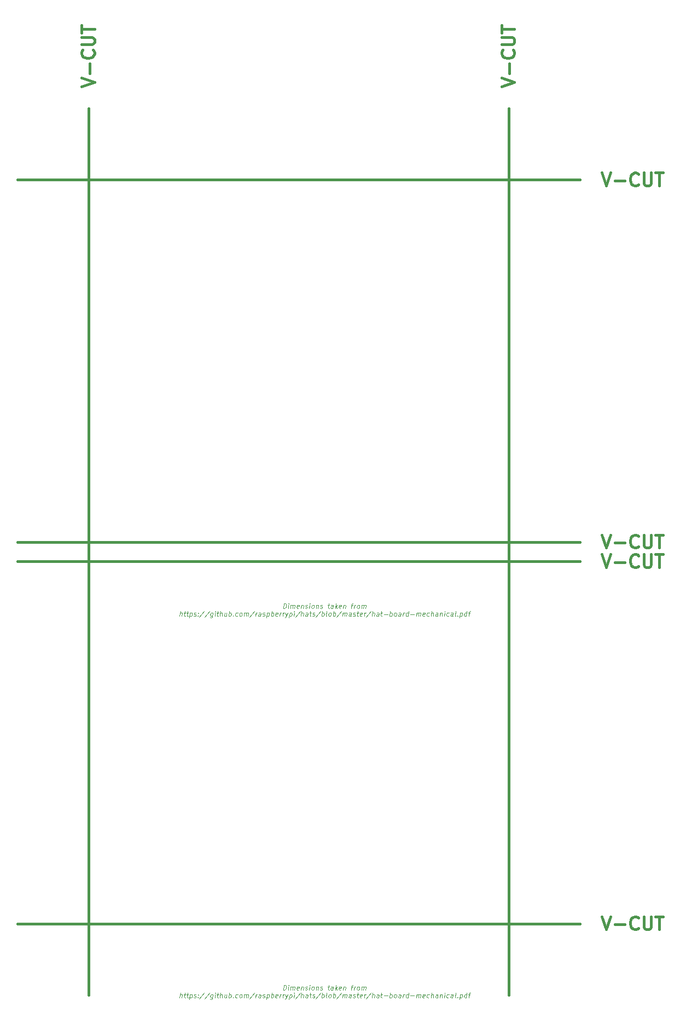
<source format=gbr>
%TF.GenerationSoftware,KiCad,Pcbnew,8.0.2+dfsg-1*%
%TF.CreationDate,2024-06-03T21:11:43+01:00*%
%TF.ProjectId,panel,70616e65-6c2e-46b6-9963-61645f706362,rev?*%
%TF.SameCoordinates,Original*%
%TF.FileFunction,Other,Comment*%
%FSLAX46Y46*%
G04 Gerber Fmt 4.6, Leading zero omitted, Abs format (unit mm)*
G04 Created by KiCad (PCBNEW 8.0.2+dfsg-1) date 2024-06-03 21:11:43*
%MOMM*%
%LPD*%
G01*
G04 APERTURE LIST*
%ADD10C,0.400000*%
%ADD11C,0.120000*%
G04 APERTURE END LIST*
D10*
X181000000Y-17000000D02*
X181000000Y-154000046D01*
X105000000Y-143000000D02*
X192000000Y-143000000D01*
X105000000Y-87000000D02*
X192000000Y-87000000D01*
X105000000Y-28000000D02*
X192000000Y-28000000D01*
X116000000Y-17000000D02*
X116000000Y-154000046D01*
X105000000Y-84000000D02*
X192000000Y-84000000D01*
D11*
X146120537Y-94236995D02*
X146214287Y-93486995D01*
X146214287Y-93486995D02*
X146392858Y-93486995D01*
X146392858Y-93486995D02*
X146495537Y-93522709D01*
X146495537Y-93522709D02*
X146558037Y-93594138D01*
X146558037Y-93594138D02*
X146584822Y-93665566D01*
X146584822Y-93665566D02*
X146602680Y-93808423D01*
X146602680Y-93808423D02*
X146589287Y-93915566D01*
X146589287Y-93915566D02*
X146535715Y-94058423D01*
X146535715Y-94058423D02*
X146491072Y-94129852D01*
X146491072Y-94129852D02*
X146410715Y-94201281D01*
X146410715Y-94201281D02*
X146299108Y-94236995D01*
X146299108Y-94236995D02*
X146120537Y-94236995D01*
X146870537Y-94236995D02*
X146933037Y-93736995D01*
X146964287Y-93486995D02*
X146924108Y-93522709D01*
X146924108Y-93522709D02*
X146955358Y-93558423D01*
X146955358Y-93558423D02*
X146995537Y-93522709D01*
X146995537Y-93522709D02*
X146964287Y-93486995D01*
X146964287Y-93486995D02*
X146955358Y-93558423D01*
X147227680Y-94236995D02*
X147290180Y-93736995D01*
X147281251Y-93808423D02*
X147321430Y-93772709D01*
X147321430Y-93772709D02*
X147397323Y-93736995D01*
X147397323Y-93736995D02*
X147504465Y-93736995D01*
X147504465Y-93736995D02*
X147571430Y-93772709D01*
X147571430Y-93772709D02*
X147598215Y-93844138D01*
X147598215Y-93844138D02*
X147549108Y-94236995D01*
X147598215Y-93844138D02*
X147642858Y-93772709D01*
X147642858Y-93772709D02*
X147718751Y-93736995D01*
X147718751Y-93736995D02*
X147825894Y-93736995D01*
X147825894Y-93736995D02*
X147892858Y-93772709D01*
X147892858Y-93772709D02*
X147919644Y-93844138D01*
X147919644Y-93844138D02*
X147870537Y-94236995D01*
X148517858Y-94201281D02*
X148441965Y-94236995D01*
X148441965Y-94236995D02*
X148299108Y-94236995D01*
X148299108Y-94236995D02*
X148232144Y-94201281D01*
X148232144Y-94201281D02*
X148205358Y-94129852D01*
X148205358Y-94129852D02*
X148241073Y-93844138D01*
X148241073Y-93844138D02*
X148285715Y-93772709D01*
X148285715Y-93772709D02*
X148361608Y-93736995D01*
X148361608Y-93736995D02*
X148504465Y-93736995D01*
X148504465Y-93736995D02*
X148571430Y-93772709D01*
X148571430Y-93772709D02*
X148598215Y-93844138D01*
X148598215Y-93844138D02*
X148589287Y-93915566D01*
X148589287Y-93915566D02*
X148223215Y-93986995D01*
X148933037Y-93736995D02*
X148870537Y-94236995D01*
X148924108Y-93808423D02*
X148964287Y-93772709D01*
X148964287Y-93772709D02*
X149040180Y-93736995D01*
X149040180Y-93736995D02*
X149147322Y-93736995D01*
X149147322Y-93736995D02*
X149214287Y-93772709D01*
X149214287Y-93772709D02*
X149241072Y-93844138D01*
X149241072Y-93844138D02*
X149191965Y-94236995D01*
X149517858Y-94201281D02*
X149584822Y-94236995D01*
X149584822Y-94236995D02*
X149727679Y-94236995D01*
X149727679Y-94236995D02*
X149803572Y-94201281D01*
X149803572Y-94201281D02*
X149848215Y-94129852D01*
X149848215Y-94129852D02*
X149852679Y-94094138D01*
X149852679Y-94094138D02*
X149825893Y-94022709D01*
X149825893Y-94022709D02*
X149758929Y-93986995D01*
X149758929Y-93986995D02*
X149651786Y-93986995D01*
X149651786Y-93986995D02*
X149584822Y-93951281D01*
X149584822Y-93951281D02*
X149558036Y-93879852D01*
X149558036Y-93879852D02*
X149562501Y-93844138D01*
X149562501Y-93844138D02*
X149607143Y-93772709D01*
X149607143Y-93772709D02*
X149683036Y-93736995D01*
X149683036Y-93736995D02*
X149790179Y-93736995D01*
X149790179Y-93736995D02*
X149857143Y-93772709D01*
X150156251Y-94236995D02*
X150218751Y-93736995D01*
X150250001Y-93486995D02*
X150209822Y-93522709D01*
X150209822Y-93522709D02*
X150241072Y-93558423D01*
X150241072Y-93558423D02*
X150281251Y-93522709D01*
X150281251Y-93522709D02*
X150250001Y-93486995D01*
X150250001Y-93486995D02*
X150241072Y-93558423D01*
X150620537Y-94236995D02*
X150553572Y-94201281D01*
X150553572Y-94201281D02*
X150522322Y-94165566D01*
X150522322Y-94165566D02*
X150495537Y-94094138D01*
X150495537Y-94094138D02*
X150522322Y-93879852D01*
X150522322Y-93879852D02*
X150566965Y-93808423D01*
X150566965Y-93808423D02*
X150607144Y-93772709D01*
X150607144Y-93772709D02*
X150683037Y-93736995D01*
X150683037Y-93736995D02*
X150790179Y-93736995D01*
X150790179Y-93736995D02*
X150857144Y-93772709D01*
X150857144Y-93772709D02*
X150888394Y-93808423D01*
X150888394Y-93808423D02*
X150915179Y-93879852D01*
X150915179Y-93879852D02*
X150888394Y-94094138D01*
X150888394Y-94094138D02*
X150843751Y-94165566D01*
X150843751Y-94165566D02*
X150803572Y-94201281D01*
X150803572Y-94201281D02*
X150727679Y-94236995D01*
X150727679Y-94236995D02*
X150620537Y-94236995D01*
X151254465Y-93736995D02*
X151191965Y-94236995D01*
X151245536Y-93808423D02*
X151285715Y-93772709D01*
X151285715Y-93772709D02*
X151361608Y-93736995D01*
X151361608Y-93736995D02*
X151468750Y-93736995D01*
X151468750Y-93736995D02*
X151535715Y-93772709D01*
X151535715Y-93772709D02*
X151562500Y-93844138D01*
X151562500Y-93844138D02*
X151513393Y-94236995D01*
X151839286Y-94201281D02*
X151906250Y-94236995D01*
X151906250Y-94236995D02*
X152049107Y-94236995D01*
X152049107Y-94236995D02*
X152125000Y-94201281D01*
X152125000Y-94201281D02*
X152169643Y-94129852D01*
X152169643Y-94129852D02*
X152174107Y-94094138D01*
X152174107Y-94094138D02*
X152147321Y-94022709D01*
X152147321Y-94022709D02*
X152080357Y-93986995D01*
X152080357Y-93986995D02*
X151973214Y-93986995D01*
X151973214Y-93986995D02*
X151906250Y-93951281D01*
X151906250Y-93951281D02*
X151879464Y-93879852D01*
X151879464Y-93879852D02*
X151883929Y-93844138D01*
X151883929Y-93844138D02*
X151928571Y-93772709D01*
X151928571Y-93772709D02*
X152004464Y-93736995D01*
X152004464Y-93736995D02*
X152111607Y-93736995D01*
X152111607Y-93736995D02*
X152178571Y-93772709D01*
X153004465Y-93736995D02*
X153290179Y-93736995D01*
X153142858Y-93486995D02*
X153062501Y-94129852D01*
X153062501Y-94129852D02*
X153089286Y-94201281D01*
X153089286Y-94201281D02*
X153156251Y-94236995D01*
X153156251Y-94236995D02*
X153227679Y-94236995D01*
X153799107Y-94236995D02*
X153848214Y-93844138D01*
X153848214Y-93844138D02*
X153821429Y-93772709D01*
X153821429Y-93772709D02*
X153754464Y-93736995D01*
X153754464Y-93736995D02*
X153611607Y-93736995D01*
X153611607Y-93736995D02*
X153535714Y-93772709D01*
X153803572Y-94201281D02*
X153727679Y-94236995D01*
X153727679Y-94236995D02*
X153549107Y-94236995D01*
X153549107Y-94236995D02*
X153482143Y-94201281D01*
X153482143Y-94201281D02*
X153455357Y-94129852D01*
X153455357Y-94129852D02*
X153464286Y-94058423D01*
X153464286Y-94058423D02*
X153508929Y-93986995D01*
X153508929Y-93986995D02*
X153584822Y-93951281D01*
X153584822Y-93951281D02*
X153763393Y-93951281D01*
X153763393Y-93951281D02*
X153839286Y-93915566D01*
X154156250Y-94236995D02*
X154250000Y-93486995D01*
X154263393Y-93951281D02*
X154441964Y-94236995D01*
X154504464Y-93736995D02*
X154183035Y-94022709D01*
X155053571Y-94201281D02*
X154977678Y-94236995D01*
X154977678Y-94236995D02*
X154834821Y-94236995D01*
X154834821Y-94236995D02*
X154767857Y-94201281D01*
X154767857Y-94201281D02*
X154741071Y-94129852D01*
X154741071Y-94129852D02*
X154776786Y-93844138D01*
X154776786Y-93844138D02*
X154821428Y-93772709D01*
X154821428Y-93772709D02*
X154897321Y-93736995D01*
X154897321Y-93736995D02*
X155040178Y-93736995D01*
X155040178Y-93736995D02*
X155107143Y-93772709D01*
X155107143Y-93772709D02*
X155133928Y-93844138D01*
X155133928Y-93844138D02*
X155125000Y-93915566D01*
X155125000Y-93915566D02*
X154758928Y-93986995D01*
X155468750Y-93736995D02*
X155406250Y-94236995D01*
X155459821Y-93808423D02*
X155500000Y-93772709D01*
X155500000Y-93772709D02*
X155575893Y-93736995D01*
X155575893Y-93736995D02*
X155683035Y-93736995D01*
X155683035Y-93736995D02*
X155750000Y-93772709D01*
X155750000Y-93772709D02*
X155776785Y-93844138D01*
X155776785Y-93844138D02*
X155727678Y-94236995D01*
X156611607Y-93736995D02*
X156897321Y-93736995D01*
X156656250Y-94236995D02*
X156736607Y-93594138D01*
X156736607Y-93594138D02*
X156781250Y-93522709D01*
X156781250Y-93522709D02*
X156857143Y-93486995D01*
X156857143Y-93486995D02*
X156928571Y-93486995D01*
X157084821Y-94236995D02*
X157147321Y-93736995D01*
X157129464Y-93879852D02*
X157174106Y-93808423D01*
X157174106Y-93808423D02*
X157214285Y-93772709D01*
X157214285Y-93772709D02*
X157290178Y-93736995D01*
X157290178Y-93736995D02*
X157361606Y-93736995D01*
X157656250Y-94236995D02*
X157589285Y-94201281D01*
X157589285Y-94201281D02*
X157558035Y-94165566D01*
X157558035Y-94165566D02*
X157531250Y-94094138D01*
X157531250Y-94094138D02*
X157558035Y-93879852D01*
X157558035Y-93879852D02*
X157602678Y-93808423D01*
X157602678Y-93808423D02*
X157642857Y-93772709D01*
X157642857Y-93772709D02*
X157718750Y-93736995D01*
X157718750Y-93736995D02*
X157825892Y-93736995D01*
X157825892Y-93736995D02*
X157892857Y-93772709D01*
X157892857Y-93772709D02*
X157924107Y-93808423D01*
X157924107Y-93808423D02*
X157950892Y-93879852D01*
X157950892Y-93879852D02*
X157924107Y-94094138D01*
X157924107Y-94094138D02*
X157879464Y-94165566D01*
X157879464Y-94165566D02*
X157839285Y-94201281D01*
X157839285Y-94201281D02*
X157763392Y-94236995D01*
X157763392Y-94236995D02*
X157656250Y-94236995D01*
X158227678Y-94236995D02*
X158290178Y-93736995D01*
X158281249Y-93808423D02*
X158321428Y-93772709D01*
X158321428Y-93772709D02*
X158397321Y-93736995D01*
X158397321Y-93736995D02*
X158504463Y-93736995D01*
X158504463Y-93736995D02*
X158571428Y-93772709D01*
X158571428Y-93772709D02*
X158598213Y-93844138D01*
X158598213Y-93844138D02*
X158549106Y-94236995D01*
X158598213Y-93844138D02*
X158642856Y-93772709D01*
X158642856Y-93772709D02*
X158718749Y-93736995D01*
X158718749Y-93736995D02*
X158825892Y-93736995D01*
X158825892Y-93736995D02*
X158892856Y-93772709D01*
X158892856Y-93772709D02*
X158919642Y-93844138D01*
X158919642Y-93844138D02*
X158870535Y-94236995D01*
X130102687Y-95444453D02*
X130196437Y-94694453D01*
X130424115Y-95444453D02*
X130473222Y-95051596D01*
X130473222Y-95051596D02*
X130446437Y-94980167D01*
X130446437Y-94980167D02*
X130379472Y-94944453D01*
X130379472Y-94944453D02*
X130272330Y-94944453D01*
X130272330Y-94944453D02*
X130196437Y-94980167D01*
X130196437Y-94980167D02*
X130156258Y-95015881D01*
X130736615Y-94944453D02*
X131022329Y-94944453D01*
X130875008Y-94694453D02*
X130794651Y-95337310D01*
X130794651Y-95337310D02*
X130821436Y-95408739D01*
X130821436Y-95408739D02*
X130888401Y-95444453D01*
X130888401Y-95444453D02*
X130959829Y-95444453D01*
X131165186Y-94944453D02*
X131450900Y-94944453D01*
X131303579Y-94694453D02*
X131223222Y-95337310D01*
X131223222Y-95337310D02*
X131250007Y-95408739D01*
X131250007Y-95408739D02*
X131316972Y-95444453D01*
X131316972Y-95444453D02*
X131388400Y-95444453D01*
X131700900Y-94944453D02*
X131607150Y-95694453D01*
X131696435Y-94980167D02*
X131772328Y-94944453D01*
X131772328Y-94944453D02*
X131915185Y-94944453D01*
X131915185Y-94944453D02*
X131982150Y-94980167D01*
X131982150Y-94980167D02*
X132013400Y-95015881D01*
X132013400Y-95015881D02*
X132040185Y-95087310D01*
X132040185Y-95087310D02*
X132013400Y-95301596D01*
X132013400Y-95301596D02*
X131968757Y-95373024D01*
X131968757Y-95373024D02*
X131928578Y-95408739D01*
X131928578Y-95408739D02*
X131852685Y-95444453D01*
X131852685Y-95444453D02*
X131709828Y-95444453D01*
X131709828Y-95444453D02*
X131642864Y-95408739D01*
X132285721Y-95408739D02*
X132352685Y-95444453D01*
X132352685Y-95444453D02*
X132495542Y-95444453D01*
X132495542Y-95444453D02*
X132571435Y-95408739D01*
X132571435Y-95408739D02*
X132616078Y-95337310D01*
X132616078Y-95337310D02*
X132620542Y-95301596D01*
X132620542Y-95301596D02*
X132593756Y-95230167D01*
X132593756Y-95230167D02*
X132526792Y-95194453D01*
X132526792Y-95194453D02*
X132419649Y-95194453D01*
X132419649Y-95194453D02*
X132352685Y-95158739D01*
X132352685Y-95158739D02*
X132325899Y-95087310D01*
X132325899Y-95087310D02*
X132330364Y-95051596D01*
X132330364Y-95051596D02*
X132375006Y-94980167D01*
X132375006Y-94980167D02*
X132450899Y-94944453D01*
X132450899Y-94944453D02*
X132558042Y-94944453D01*
X132558042Y-94944453D02*
X132625006Y-94980167D01*
X132933042Y-95373024D02*
X132964292Y-95408739D01*
X132964292Y-95408739D02*
X132924114Y-95444453D01*
X132924114Y-95444453D02*
X132892864Y-95408739D01*
X132892864Y-95408739D02*
X132933042Y-95373024D01*
X132933042Y-95373024D02*
X132924114Y-95444453D01*
X132982149Y-94980167D02*
X133013399Y-95015881D01*
X133013399Y-95015881D02*
X132973221Y-95051596D01*
X132973221Y-95051596D02*
X132941971Y-95015881D01*
X132941971Y-95015881D02*
X132982149Y-94980167D01*
X132982149Y-94980167D02*
X132973221Y-95051596D01*
X133915185Y-94658739D02*
X133151792Y-95623024D01*
X134700899Y-94658739D02*
X133937506Y-95623024D01*
X135236613Y-94944453D02*
X135160720Y-95551596D01*
X135160720Y-95551596D02*
X135116078Y-95623024D01*
X135116078Y-95623024D02*
X135075899Y-95658739D01*
X135075899Y-95658739D02*
X135000006Y-95694453D01*
X135000006Y-95694453D02*
X134892863Y-95694453D01*
X134892863Y-95694453D02*
X134825899Y-95658739D01*
X135178578Y-95408739D02*
X135102685Y-95444453D01*
X135102685Y-95444453D02*
X134959828Y-95444453D01*
X134959828Y-95444453D02*
X134892863Y-95408739D01*
X134892863Y-95408739D02*
X134861613Y-95373024D01*
X134861613Y-95373024D02*
X134834828Y-95301596D01*
X134834828Y-95301596D02*
X134861613Y-95087310D01*
X134861613Y-95087310D02*
X134906256Y-95015881D01*
X134906256Y-95015881D02*
X134946435Y-94980167D01*
X134946435Y-94980167D02*
X135022328Y-94944453D01*
X135022328Y-94944453D02*
X135165185Y-94944453D01*
X135165185Y-94944453D02*
X135232149Y-94980167D01*
X135531256Y-95444453D02*
X135593756Y-94944453D01*
X135625006Y-94694453D02*
X135584827Y-94730167D01*
X135584827Y-94730167D02*
X135616077Y-94765881D01*
X135616077Y-94765881D02*
X135656256Y-94730167D01*
X135656256Y-94730167D02*
X135625006Y-94694453D01*
X135625006Y-94694453D02*
X135616077Y-94765881D01*
X135843756Y-94944453D02*
X136129470Y-94944453D01*
X135982149Y-94694453D02*
X135901792Y-95337310D01*
X135901792Y-95337310D02*
X135928577Y-95408739D01*
X135928577Y-95408739D02*
X135995542Y-95444453D01*
X135995542Y-95444453D02*
X136066970Y-95444453D01*
X136316970Y-95444453D02*
X136410720Y-94694453D01*
X136638398Y-95444453D02*
X136687505Y-95051596D01*
X136687505Y-95051596D02*
X136660720Y-94980167D01*
X136660720Y-94980167D02*
X136593755Y-94944453D01*
X136593755Y-94944453D02*
X136486613Y-94944453D01*
X136486613Y-94944453D02*
X136410720Y-94980167D01*
X136410720Y-94980167D02*
X136370541Y-95015881D01*
X137379469Y-94944453D02*
X137316969Y-95444453D01*
X137058041Y-94944453D02*
X137008934Y-95337310D01*
X137008934Y-95337310D02*
X137035719Y-95408739D01*
X137035719Y-95408739D02*
X137102684Y-95444453D01*
X137102684Y-95444453D02*
X137209826Y-95444453D01*
X137209826Y-95444453D02*
X137285719Y-95408739D01*
X137285719Y-95408739D02*
X137325898Y-95373024D01*
X137674112Y-95444453D02*
X137767862Y-94694453D01*
X137732147Y-94980167D02*
X137808040Y-94944453D01*
X137808040Y-94944453D02*
X137950897Y-94944453D01*
X137950897Y-94944453D02*
X138017862Y-94980167D01*
X138017862Y-94980167D02*
X138049112Y-95015881D01*
X138049112Y-95015881D02*
X138075897Y-95087310D01*
X138075897Y-95087310D02*
X138049112Y-95301596D01*
X138049112Y-95301596D02*
X138004469Y-95373024D01*
X138004469Y-95373024D02*
X137964290Y-95408739D01*
X137964290Y-95408739D02*
X137888397Y-95444453D01*
X137888397Y-95444453D02*
X137745540Y-95444453D01*
X137745540Y-95444453D02*
X137678576Y-95408739D01*
X138361611Y-95373024D02*
X138392861Y-95408739D01*
X138392861Y-95408739D02*
X138352683Y-95444453D01*
X138352683Y-95444453D02*
X138321433Y-95408739D01*
X138321433Y-95408739D02*
X138361611Y-95373024D01*
X138361611Y-95373024D02*
X138352683Y-95444453D01*
X139035719Y-95408739D02*
X138959826Y-95444453D01*
X138959826Y-95444453D02*
X138816969Y-95444453D01*
X138816969Y-95444453D02*
X138750004Y-95408739D01*
X138750004Y-95408739D02*
X138718754Y-95373024D01*
X138718754Y-95373024D02*
X138691969Y-95301596D01*
X138691969Y-95301596D02*
X138718754Y-95087310D01*
X138718754Y-95087310D02*
X138763397Y-95015881D01*
X138763397Y-95015881D02*
X138803576Y-94980167D01*
X138803576Y-94980167D02*
X138879469Y-94944453D01*
X138879469Y-94944453D02*
X139022326Y-94944453D01*
X139022326Y-94944453D02*
X139089290Y-94980167D01*
X139459826Y-95444453D02*
X139392861Y-95408739D01*
X139392861Y-95408739D02*
X139361611Y-95373024D01*
X139361611Y-95373024D02*
X139334826Y-95301596D01*
X139334826Y-95301596D02*
X139361611Y-95087310D01*
X139361611Y-95087310D02*
X139406254Y-95015881D01*
X139406254Y-95015881D02*
X139446433Y-94980167D01*
X139446433Y-94980167D02*
X139522326Y-94944453D01*
X139522326Y-94944453D02*
X139629468Y-94944453D01*
X139629468Y-94944453D02*
X139696433Y-94980167D01*
X139696433Y-94980167D02*
X139727683Y-95015881D01*
X139727683Y-95015881D02*
X139754468Y-95087310D01*
X139754468Y-95087310D02*
X139727683Y-95301596D01*
X139727683Y-95301596D02*
X139683040Y-95373024D01*
X139683040Y-95373024D02*
X139642861Y-95408739D01*
X139642861Y-95408739D02*
X139566968Y-95444453D01*
X139566968Y-95444453D02*
X139459826Y-95444453D01*
X140031254Y-95444453D02*
X140093754Y-94944453D01*
X140084825Y-95015881D02*
X140125004Y-94980167D01*
X140125004Y-94980167D02*
X140200897Y-94944453D01*
X140200897Y-94944453D02*
X140308039Y-94944453D01*
X140308039Y-94944453D02*
X140375004Y-94980167D01*
X140375004Y-94980167D02*
X140401789Y-95051596D01*
X140401789Y-95051596D02*
X140352682Y-95444453D01*
X140401789Y-95051596D02*
X140446432Y-94980167D01*
X140446432Y-94980167D02*
X140522325Y-94944453D01*
X140522325Y-94944453D02*
X140629468Y-94944453D01*
X140629468Y-94944453D02*
X140696432Y-94980167D01*
X140696432Y-94980167D02*
X140723218Y-95051596D01*
X140723218Y-95051596D02*
X140674111Y-95444453D01*
X141665182Y-94658739D02*
X140901789Y-95623024D01*
X141816968Y-95444453D02*
X141879468Y-94944453D01*
X141861611Y-95087310D02*
X141906253Y-95015881D01*
X141906253Y-95015881D02*
X141946432Y-94980167D01*
X141946432Y-94980167D02*
X142022325Y-94944453D01*
X142022325Y-94944453D02*
X142093753Y-94944453D01*
X142602682Y-95444453D02*
X142651789Y-95051596D01*
X142651789Y-95051596D02*
X142625004Y-94980167D01*
X142625004Y-94980167D02*
X142558039Y-94944453D01*
X142558039Y-94944453D02*
X142415182Y-94944453D01*
X142415182Y-94944453D02*
X142339289Y-94980167D01*
X142607147Y-95408739D02*
X142531254Y-95444453D01*
X142531254Y-95444453D02*
X142352682Y-95444453D01*
X142352682Y-95444453D02*
X142285718Y-95408739D01*
X142285718Y-95408739D02*
X142258932Y-95337310D01*
X142258932Y-95337310D02*
X142267861Y-95265881D01*
X142267861Y-95265881D02*
X142312504Y-95194453D01*
X142312504Y-95194453D02*
X142388397Y-95158739D01*
X142388397Y-95158739D02*
X142566968Y-95158739D01*
X142566968Y-95158739D02*
X142642861Y-95123024D01*
X142928575Y-95408739D02*
X142995539Y-95444453D01*
X142995539Y-95444453D02*
X143138396Y-95444453D01*
X143138396Y-95444453D02*
X143214289Y-95408739D01*
X143214289Y-95408739D02*
X143258932Y-95337310D01*
X143258932Y-95337310D02*
X143263396Y-95301596D01*
X143263396Y-95301596D02*
X143236610Y-95230167D01*
X143236610Y-95230167D02*
X143169646Y-95194453D01*
X143169646Y-95194453D02*
X143062503Y-95194453D01*
X143062503Y-95194453D02*
X142995539Y-95158739D01*
X142995539Y-95158739D02*
X142968753Y-95087310D01*
X142968753Y-95087310D02*
X142973218Y-95051596D01*
X142973218Y-95051596D02*
X143017860Y-94980167D01*
X143017860Y-94980167D02*
X143093753Y-94944453D01*
X143093753Y-94944453D02*
X143200896Y-94944453D01*
X143200896Y-94944453D02*
X143267860Y-94980167D01*
X143629468Y-94944453D02*
X143535718Y-95694453D01*
X143625003Y-94980167D02*
X143700896Y-94944453D01*
X143700896Y-94944453D02*
X143843753Y-94944453D01*
X143843753Y-94944453D02*
X143910718Y-94980167D01*
X143910718Y-94980167D02*
X143941968Y-95015881D01*
X143941968Y-95015881D02*
X143968753Y-95087310D01*
X143968753Y-95087310D02*
X143941968Y-95301596D01*
X143941968Y-95301596D02*
X143897325Y-95373024D01*
X143897325Y-95373024D02*
X143857146Y-95408739D01*
X143857146Y-95408739D02*
X143781253Y-95444453D01*
X143781253Y-95444453D02*
X143638396Y-95444453D01*
X143638396Y-95444453D02*
X143571432Y-95408739D01*
X144245539Y-95444453D02*
X144339289Y-94694453D01*
X144303574Y-94980167D02*
X144379467Y-94944453D01*
X144379467Y-94944453D02*
X144522324Y-94944453D01*
X144522324Y-94944453D02*
X144589289Y-94980167D01*
X144589289Y-94980167D02*
X144620539Y-95015881D01*
X144620539Y-95015881D02*
X144647324Y-95087310D01*
X144647324Y-95087310D02*
X144620539Y-95301596D01*
X144620539Y-95301596D02*
X144575896Y-95373024D01*
X144575896Y-95373024D02*
X144535717Y-95408739D01*
X144535717Y-95408739D02*
X144459824Y-95444453D01*
X144459824Y-95444453D02*
X144316967Y-95444453D01*
X144316967Y-95444453D02*
X144250003Y-95408739D01*
X145214288Y-95408739D02*
X145138395Y-95444453D01*
X145138395Y-95444453D02*
X144995538Y-95444453D01*
X144995538Y-95444453D02*
X144928574Y-95408739D01*
X144928574Y-95408739D02*
X144901788Y-95337310D01*
X144901788Y-95337310D02*
X144937503Y-95051596D01*
X144937503Y-95051596D02*
X144982145Y-94980167D01*
X144982145Y-94980167D02*
X145058038Y-94944453D01*
X145058038Y-94944453D02*
X145200895Y-94944453D01*
X145200895Y-94944453D02*
X145267860Y-94980167D01*
X145267860Y-94980167D02*
X145294645Y-95051596D01*
X145294645Y-95051596D02*
X145285717Y-95123024D01*
X145285717Y-95123024D02*
X144919645Y-95194453D01*
X145566967Y-95444453D02*
X145629467Y-94944453D01*
X145611610Y-95087310D02*
X145656252Y-95015881D01*
X145656252Y-95015881D02*
X145696431Y-94980167D01*
X145696431Y-94980167D02*
X145772324Y-94944453D01*
X145772324Y-94944453D02*
X145843752Y-94944453D01*
X146031253Y-95444453D02*
X146093753Y-94944453D01*
X146075896Y-95087310D02*
X146120538Y-95015881D01*
X146120538Y-95015881D02*
X146160717Y-94980167D01*
X146160717Y-94980167D02*
X146236610Y-94944453D01*
X146236610Y-94944453D02*
X146308038Y-94944453D01*
X146486610Y-94944453D02*
X146602682Y-95444453D01*
X146843753Y-94944453D02*
X146602682Y-95444453D01*
X146602682Y-95444453D02*
X146508932Y-95623024D01*
X146508932Y-95623024D02*
X146468753Y-95658739D01*
X146468753Y-95658739D02*
X146392860Y-95694453D01*
X147129468Y-94944453D02*
X147035718Y-95694453D01*
X147125003Y-94980167D02*
X147200896Y-94944453D01*
X147200896Y-94944453D02*
X147343753Y-94944453D01*
X147343753Y-94944453D02*
X147410718Y-94980167D01*
X147410718Y-94980167D02*
X147441968Y-95015881D01*
X147441968Y-95015881D02*
X147468753Y-95087310D01*
X147468753Y-95087310D02*
X147441968Y-95301596D01*
X147441968Y-95301596D02*
X147397325Y-95373024D01*
X147397325Y-95373024D02*
X147357146Y-95408739D01*
X147357146Y-95408739D02*
X147281253Y-95444453D01*
X147281253Y-95444453D02*
X147138396Y-95444453D01*
X147138396Y-95444453D02*
X147071432Y-95408739D01*
X147745539Y-95444453D02*
X147808039Y-94944453D01*
X147839289Y-94694453D02*
X147799110Y-94730167D01*
X147799110Y-94730167D02*
X147830360Y-94765881D01*
X147830360Y-94765881D02*
X147870539Y-94730167D01*
X147870539Y-94730167D02*
X147839289Y-94694453D01*
X147839289Y-94694453D02*
X147830360Y-94765881D01*
X148736610Y-94658739D02*
X147973217Y-95623024D01*
X148888396Y-95444453D02*
X148982146Y-94694453D01*
X149209824Y-95444453D02*
X149258931Y-95051596D01*
X149258931Y-95051596D02*
X149232146Y-94980167D01*
X149232146Y-94980167D02*
X149165181Y-94944453D01*
X149165181Y-94944453D02*
X149058039Y-94944453D01*
X149058039Y-94944453D02*
X148982146Y-94980167D01*
X148982146Y-94980167D02*
X148941967Y-95015881D01*
X149888395Y-95444453D02*
X149937502Y-95051596D01*
X149937502Y-95051596D02*
X149910717Y-94980167D01*
X149910717Y-94980167D02*
X149843752Y-94944453D01*
X149843752Y-94944453D02*
X149700895Y-94944453D01*
X149700895Y-94944453D02*
X149625002Y-94980167D01*
X149892860Y-95408739D02*
X149816967Y-95444453D01*
X149816967Y-95444453D02*
X149638395Y-95444453D01*
X149638395Y-95444453D02*
X149571431Y-95408739D01*
X149571431Y-95408739D02*
X149544645Y-95337310D01*
X149544645Y-95337310D02*
X149553574Y-95265881D01*
X149553574Y-95265881D02*
X149598217Y-95194453D01*
X149598217Y-95194453D02*
X149674110Y-95158739D01*
X149674110Y-95158739D02*
X149852681Y-95158739D01*
X149852681Y-95158739D02*
X149928574Y-95123024D01*
X150200895Y-94944453D02*
X150486609Y-94944453D01*
X150339288Y-94694453D02*
X150258931Y-95337310D01*
X150258931Y-95337310D02*
X150285716Y-95408739D01*
X150285716Y-95408739D02*
X150352681Y-95444453D01*
X150352681Y-95444453D02*
X150424109Y-95444453D01*
X150642859Y-95408739D02*
X150709823Y-95444453D01*
X150709823Y-95444453D02*
X150852680Y-95444453D01*
X150852680Y-95444453D02*
X150928573Y-95408739D01*
X150928573Y-95408739D02*
X150973216Y-95337310D01*
X150973216Y-95337310D02*
X150977680Y-95301596D01*
X150977680Y-95301596D02*
X150950894Y-95230167D01*
X150950894Y-95230167D02*
X150883930Y-95194453D01*
X150883930Y-95194453D02*
X150776787Y-95194453D01*
X150776787Y-95194453D02*
X150709823Y-95158739D01*
X150709823Y-95158739D02*
X150683037Y-95087310D01*
X150683037Y-95087310D02*
X150687502Y-95051596D01*
X150687502Y-95051596D02*
X150732144Y-94980167D01*
X150732144Y-94980167D02*
X150808037Y-94944453D01*
X150808037Y-94944453D02*
X150915180Y-94944453D01*
X150915180Y-94944453D02*
X150982144Y-94980167D01*
X151915180Y-94658739D02*
X151151787Y-95623024D01*
X152066966Y-95444453D02*
X152160716Y-94694453D01*
X152125001Y-94980167D02*
X152200894Y-94944453D01*
X152200894Y-94944453D02*
X152343751Y-94944453D01*
X152343751Y-94944453D02*
X152410716Y-94980167D01*
X152410716Y-94980167D02*
X152441966Y-95015881D01*
X152441966Y-95015881D02*
X152468751Y-95087310D01*
X152468751Y-95087310D02*
X152441966Y-95301596D01*
X152441966Y-95301596D02*
X152397323Y-95373024D01*
X152397323Y-95373024D02*
X152357144Y-95408739D01*
X152357144Y-95408739D02*
X152281251Y-95444453D01*
X152281251Y-95444453D02*
X152138394Y-95444453D01*
X152138394Y-95444453D02*
X152071430Y-95408739D01*
X152852680Y-95444453D02*
X152785715Y-95408739D01*
X152785715Y-95408739D02*
X152758930Y-95337310D01*
X152758930Y-95337310D02*
X152839287Y-94694453D01*
X153245537Y-95444453D02*
X153178572Y-95408739D01*
X153178572Y-95408739D02*
X153147322Y-95373024D01*
X153147322Y-95373024D02*
X153120537Y-95301596D01*
X153120537Y-95301596D02*
X153147322Y-95087310D01*
X153147322Y-95087310D02*
X153191965Y-95015881D01*
X153191965Y-95015881D02*
X153232144Y-94980167D01*
X153232144Y-94980167D02*
X153308037Y-94944453D01*
X153308037Y-94944453D02*
X153415179Y-94944453D01*
X153415179Y-94944453D02*
X153482144Y-94980167D01*
X153482144Y-94980167D02*
X153513394Y-95015881D01*
X153513394Y-95015881D02*
X153540179Y-95087310D01*
X153540179Y-95087310D02*
X153513394Y-95301596D01*
X153513394Y-95301596D02*
X153468751Y-95373024D01*
X153468751Y-95373024D02*
X153428572Y-95408739D01*
X153428572Y-95408739D02*
X153352679Y-95444453D01*
X153352679Y-95444453D02*
X153245537Y-95444453D01*
X153816965Y-95444453D02*
X153910715Y-94694453D01*
X153875000Y-94980167D02*
X153950893Y-94944453D01*
X153950893Y-94944453D02*
X154093750Y-94944453D01*
X154093750Y-94944453D02*
X154160715Y-94980167D01*
X154160715Y-94980167D02*
X154191965Y-95015881D01*
X154191965Y-95015881D02*
X154218750Y-95087310D01*
X154218750Y-95087310D02*
X154191965Y-95301596D01*
X154191965Y-95301596D02*
X154147322Y-95373024D01*
X154147322Y-95373024D02*
X154107143Y-95408739D01*
X154107143Y-95408739D02*
X154031250Y-95444453D01*
X154031250Y-95444453D02*
X153888393Y-95444453D01*
X153888393Y-95444453D02*
X153821429Y-95408739D01*
X155129464Y-94658739D02*
X154366071Y-95623024D01*
X155281250Y-95444453D02*
X155343750Y-94944453D01*
X155334821Y-95015881D02*
X155375000Y-94980167D01*
X155375000Y-94980167D02*
X155450893Y-94944453D01*
X155450893Y-94944453D02*
X155558035Y-94944453D01*
X155558035Y-94944453D02*
X155625000Y-94980167D01*
X155625000Y-94980167D02*
X155651785Y-95051596D01*
X155651785Y-95051596D02*
X155602678Y-95444453D01*
X155651785Y-95051596D02*
X155696428Y-94980167D01*
X155696428Y-94980167D02*
X155772321Y-94944453D01*
X155772321Y-94944453D02*
X155879464Y-94944453D01*
X155879464Y-94944453D02*
X155946428Y-94980167D01*
X155946428Y-94980167D02*
X155973214Y-95051596D01*
X155973214Y-95051596D02*
X155924107Y-95444453D01*
X156602678Y-95444453D02*
X156651785Y-95051596D01*
X156651785Y-95051596D02*
X156625000Y-94980167D01*
X156625000Y-94980167D02*
X156558035Y-94944453D01*
X156558035Y-94944453D02*
X156415178Y-94944453D01*
X156415178Y-94944453D02*
X156339285Y-94980167D01*
X156607143Y-95408739D02*
X156531250Y-95444453D01*
X156531250Y-95444453D02*
X156352678Y-95444453D01*
X156352678Y-95444453D02*
X156285714Y-95408739D01*
X156285714Y-95408739D02*
X156258928Y-95337310D01*
X156258928Y-95337310D02*
X156267857Y-95265881D01*
X156267857Y-95265881D02*
X156312500Y-95194453D01*
X156312500Y-95194453D02*
X156388393Y-95158739D01*
X156388393Y-95158739D02*
X156566964Y-95158739D01*
X156566964Y-95158739D02*
X156642857Y-95123024D01*
X156928571Y-95408739D02*
X156995535Y-95444453D01*
X156995535Y-95444453D02*
X157138392Y-95444453D01*
X157138392Y-95444453D02*
X157214285Y-95408739D01*
X157214285Y-95408739D02*
X157258928Y-95337310D01*
X157258928Y-95337310D02*
X157263392Y-95301596D01*
X157263392Y-95301596D02*
X157236606Y-95230167D01*
X157236606Y-95230167D02*
X157169642Y-95194453D01*
X157169642Y-95194453D02*
X157062499Y-95194453D01*
X157062499Y-95194453D02*
X156995535Y-95158739D01*
X156995535Y-95158739D02*
X156968749Y-95087310D01*
X156968749Y-95087310D02*
X156973214Y-95051596D01*
X156973214Y-95051596D02*
X157017856Y-94980167D01*
X157017856Y-94980167D02*
X157093749Y-94944453D01*
X157093749Y-94944453D02*
X157200892Y-94944453D01*
X157200892Y-94944453D02*
X157267856Y-94980167D01*
X157522321Y-94944453D02*
X157808035Y-94944453D01*
X157660714Y-94694453D02*
X157580357Y-95337310D01*
X157580357Y-95337310D02*
X157607142Y-95408739D01*
X157607142Y-95408739D02*
X157674107Y-95444453D01*
X157674107Y-95444453D02*
X157745535Y-95444453D01*
X158285713Y-95408739D02*
X158209820Y-95444453D01*
X158209820Y-95444453D02*
X158066963Y-95444453D01*
X158066963Y-95444453D02*
X157999999Y-95408739D01*
X157999999Y-95408739D02*
X157973213Y-95337310D01*
X157973213Y-95337310D02*
X158008928Y-95051596D01*
X158008928Y-95051596D02*
X158053570Y-94980167D01*
X158053570Y-94980167D02*
X158129463Y-94944453D01*
X158129463Y-94944453D02*
X158272320Y-94944453D01*
X158272320Y-94944453D02*
X158339285Y-94980167D01*
X158339285Y-94980167D02*
X158366070Y-95051596D01*
X158366070Y-95051596D02*
X158357142Y-95123024D01*
X158357142Y-95123024D02*
X157991070Y-95194453D01*
X158638392Y-95444453D02*
X158700892Y-94944453D01*
X158683035Y-95087310D02*
X158727677Y-95015881D01*
X158727677Y-95015881D02*
X158767856Y-94980167D01*
X158767856Y-94980167D02*
X158843749Y-94944453D01*
X158843749Y-94944453D02*
X158915177Y-94944453D01*
X159736606Y-94658739D02*
X158973213Y-95623024D01*
X159888392Y-95444453D02*
X159982142Y-94694453D01*
X160209820Y-95444453D02*
X160258927Y-95051596D01*
X160258927Y-95051596D02*
X160232142Y-94980167D01*
X160232142Y-94980167D02*
X160165177Y-94944453D01*
X160165177Y-94944453D02*
X160058035Y-94944453D01*
X160058035Y-94944453D02*
X159982142Y-94980167D01*
X159982142Y-94980167D02*
X159941963Y-95015881D01*
X160888391Y-95444453D02*
X160937498Y-95051596D01*
X160937498Y-95051596D02*
X160910713Y-94980167D01*
X160910713Y-94980167D02*
X160843748Y-94944453D01*
X160843748Y-94944453D02*
X160700891Y-94944453D01*
X160700891Y-94944453D02*
X160624998Y-94980167D01*
X160892856Y-95408739D02*
X160816963Y-95444453D01*
X160816963Y-95444453D02*
X160638391Y-95444453D01*
X160638391Y-95444453D02*
X160571427Y-95408739D01*
X160571427Y-95408739D02*
X160544641Y-95337310D01*
X160544641Y-95337310D02*
X160553570Y-95265881D01*
X160553570Y-95265881D02*
X160598213Y-95194453D01*
X160598213Y-95194453D02*
X160674106Y-95158739D01*
X160674106Y-95158739D02*
X160852677Y-95158739D01*
X160852677Y-95158739D02*
X160928570Y-95123024D01*
X161200891Y-94944453D02*
X161486605Y-94944453D01*
X161339284Y-94694453D02*
X161258927Y-95337310D01*
X161258927Y-95337310D02*
X161285712Y-95408739D01*
X161285712Y-95408739D02*
X161352677Y-95444453D01*
X161352677Y-95444453D02*
X161424105Y-95444453D01*
X161709819Y-95158739D02*
X162281248Y-95158739D01*
X162602676Y-95444453D02*
X162696426Y-94694453D01*
X162660711Y-94980167D02*
X162736604Y-94944453D01*
X162736604Y-94944453D02*
X162879461Y-94944453D01*
X162879461Y-94944453D02*
X162946426Y-94980167D01*
X162946426Y-94980167D02*
X162977676Y-95015881D01*
X162977676Y-95015881D02*
X163004461Y-95087310D01*
X163004461Y-95087310D02*
X162977676Y-95301596D01*
X162977676Y-95301596D02*
X162933033Y-95373024D01*
X162933033Y-95373024D02*
X162892854Y-95408739D01*
X162892854Y-95408739D02*
X162816961Y-95444453D01*
X162816961Y-95444453D02*
X162674104Y-95444453D01*
X162674104Y-95444453D02*
X162607140Y-95408739D01*
X163388390Y-95444453D02*
X163321425Y-95408739D01*
X163321425Y-95408739D02*
X163290175Y-95373024D01*
X163290175Y-95373024D02*
X163263390Y-95301596D01*
X163263390Y-95301596D02*
X163290175Y-95087310D01*
X163290175Y-95087310D02*
X163334818Y-95015881D01*
X163334818Y-95015881D02*
X163374997Y-94980167D01*
X163374997Y-94980167D02*
X163450890Y-94944453D01*
X163450890Y-94944453D02*
X163558032Y-94944453D01*
X163558032Y-94944453D02*
X163624997Y-94980167D01*
X163624997Y-94980167D02*
X163656247Y-95015881D01*
X163656247Y-95015881D02*
X163683032Y-95087310D01*
X163683032Y-95087310D02*
X163656247Y-95301596D01*
X163656247Y-95301596D02*
X163611604Y-95373024D01*
X163611604Y-95373024D02*
X163571425Y-95408739D01*
X163571425Y-95408739D02*
X163495532Y-95444453D01*
X163495532Y-95444453D02*
X163388390Y-95444453D01*
X164281246Y-95444453D02*
X164330353Y-95051596D01*
X164330353Y-95051596D02*
X164303568Y-94980167D01*
X164303568Y-94980167D02*
X164236603Y-94944453D01*
X164236603Y-94944453D02*
X164093746Y-94944453D01*
X164093746Y-94944453D02*
X164017853Y-94980167D01*
X164285711Y-95408739D02*
X164209818Y-95444453D01*
X164209818Y-95444453D02*
X164031246Y-95444453D01*
X164031246Y-95444453D02*
X163964282Y-95408739D01*
X163964282Y-95408739D02*
X163937496Y-95337310D01*
X163937496Y-95337310D02*
X163946425Y-95265881D01*
X163946425Y-95265881D02*
X163991068Y-95194453D01*
X163991068Y-95194453D02*
X164066961Y-95158739D01*
X164066961Y-95158739D02*
X164245532Y-95158739D01*
X164245532Y-95158739D02*
X164321425Y-95123024D01*
X164638389Y-95444453D02*
X164700889Y-94944453D01*
X164683032Y-95087310D02*
X164727674Y-95015881D01*
X164727674Y-95015881D02*
X164767853Y-94980167D01*
X164767853Y-94980167D02*
X164843746Y-94944453D01*
X164843746Y-94944453D02*
X164915174Y-94944453D01*
X165424103Y-95444453D02*
X165517853Y-94694453D01*
X165428568Y-95408739D02*
X165352675Y-95444453D01*
X165352675Y-95444453D02*
X165209818Y-95444453D01*
X165209818Y-95444453D02*
X165142853Y-95408739D01*
X165142853Y-95408739D02*
X165111603Y-95373024D01*
X165111603Y-95373024D02*
X165084818Y-95301596D01*
X165084818Y-95301596D02*
X165111603Y-95087310D01*
X165111603Y-95087310D02*
X165156246Y-95015881D01*
X165156246Y-95015881D02*
X165196425Y-94980167D01*
X165196425Y-94980167D02*
X165272318Y-94944453D01*
X165272318Y-94944453D02*
X165415175Y-94944453D01*
X165415175Y-94944453D02*
X165482139Y-94980167D01*
X165816960Y-95158739D02*
X166388389Y-95158739D01*
X166709817Y-95444453D02*
X166772317Y-94944453D01*
X166763388Y-95015881D02*
X166803567Y-94980167D01*
X166803567Y-94980167D02*
X166879460Y-94944453D01*
X166879460Y-94944453D02*
X166986602Y-94944453D01*
X166986602Y-94944453D02*
X167053567Y-94980167D01*
X167053567Y-94980167D02*
X167080352Y-95051596D01*
X167080352Y-95051596D02*
X167031245Y-95444453D01*
X167080352Y-95051596D02*
X167124995Y-94980167D01*
X167124995Y-94980167D02*
X167200888Y-94944453D01*
X167200888Y-94944453D02*
X167308031Y-94944453D01*
X167308031Y-94944453D02*
X167374995Y-94980167D01*
X167374995Y-94980167D02*
X167401781Y-95051596D01*
X167401781Y-95051596D02*
X167352674Y-95444453D01*
X167999995Y-95408739D02*
X167924102Y-95444453D01*
X167924102Y-95444453D02*
X167781245Y-95444453D01*
X167781245Y-95444453D02*
X167714281Y-95408739D01*
X167714281Y-95408739D02*
X167687495Y-95337310D01*
X167687495Y-95337310D02*
X167723210Y-95051596D01*
X167723210Y-95051596D02*
X167767852Y-94980167D01*
X167767852Y-94980167D02*
X167843745Y-94944453D01*
X167843745Y-94944453D02*
X167986602Y-94944453D01*
X167986602Y-94944453D02*
X168053567Y-94980167D01*
X168053567Y-94980167D02*
X168080352Y-95051596D01*
X168080352Y-95051596D02*
X168071424Y-95123024D01*
X168071424Y-95123024D02*
X167705352Y-95194453D01*
X168678567Y-95408739D02*
X168602674Y-95444453D01*
X168602674Y-95444453D02*
X168459817Y-95444453D01*
X168459817Y-95444453D02*
X168392852Y-95408739D01*
X168392852Y-95408739D02*
X168361602Y-95373024D01*
X168361602Y-95373024D02*
X168334817Y-95301596D01*
X168334817Y-95301596D02*
X168361602Y-95087310D01*
X168361602Y-95087310D02*
X168406245Y-95015881D01*
X168406245Y-95015881D02*
X168446424Y-94980167D01*
X168446424Y-94980167D02*
X168522317Y-94944453D01*
X168522317Y-94944453D02*
X168665174Y-94944453D01*
X168665174Y-94944453D02*
X168732138Y-94980167D01*
X168995531Y-95444453D02*
X169089281Y-94694453D01*
X169316959Y-95444453D02*
X169366066Y-95051596D01*
X169366066Y-95051596D02*
X169339281Y-94980167D01*
X169339281Y-94980167D02*
X169272316Y-94944453D01*
X169272316Y-94944453D02*
X169165174Y-94944453D01*
X169165174Y-94944453D02*
X169089281Y-94980167D01*
X169089281Y-94980167D02*
X169049102Y-95015881D01*
X169995530Y-95444453D02*
X170044637Y-95051596D01*
X170044637Y-95051596D02*
X170017852Y-94980167D01*
X170017852Y-94980167D02*
X169950887Y-94944453D01*
X169950887Y-94944453D02*
X169808030Y-94944453D01*
X169808030Y-94944453D02*
X169732137Y-94980167D01*
X169999995Y-95408739D02*
X169924102Y-95444453D01*
X169924102Y-95444453D02*
X169745530Y-95444453D01*
X169745530Y-95444453D02*
X169678566Y-95408739D01*
X169678566Y-95408739D02*
X169651780Y-95337310D01*
X169651780Y-95337310D02*
X169660709Y-95265881D01*
X169660709Y-95265881D02*
X169705352Y-95194453D01*
X169705352Y-95194453D02*
X169781245Y-95158739D01*
X169781245Y-95158739D02*
X169959816Y-95158739D01*
X169959816Y-95158739D02*
X170035709Y-95123024D01*
X170415173Y-94944453D02*
X170352673Y-95444453D01*
X170406244Y-95015881D02*
X170446423Y-94980167D01*
X170446423Y-94980167D02*
X170522316Y-94944453D01*
X170522316Y-94944453D02*
X170629458Y-94944453D01*
X170629458Y-94944453D02*
X170696423Y-94980167D01*
X170696423Y-94980167D02*
X170723208Y-95051596D01*
X170723208Y-95051596D02*
X170674101Y-95444453D01*
X171031244Y-95444453D02*
X171093744Y-94944453D01*
X171124994Y-94694453D02*
X171084815Y-94730167D01*
X171084815Y-94730167D02*
X171116065Y-94765881D01*
X171116065Y-94765881D02*
X171156244Y-94730167D01*
X171156244Y-94730167D02*
X171124994Y-94694453D01*
X171124994Y-94694453D02*
X171116065Y-94765881D01*
X171714280Y-95408739D02*
X171638387Y-95444453D01*
X171638387Y-95444453D02*
X171495530Y-95444453D01*
X171495530Y-95444453D02*
X171428565Y-95408739D01*
X171428565Y-95408739D02*
X171397315Y-95373024D01*
X171397315Y-95373024D02*
X171370530Y-95301596D01*
X171370530Y-95301596D02*
X171397315Y-95087310D01*
X171397315Y-95087310D02*
X171441958Y-95015881D01*
X171441958Y-95015881D02*
X171482137Y-94980167D01*
X171482137Y-94980167D02*
X171558030Y-94944453D01*
X171558030Y-94944453D02*
X171700887Y-94944453D01*
X171700887Y-94944453D02*
X171767851Y-94980167D01*
X172352672Y-95444453D02*
X172401779Y-95051596D01*
X172401779Y-95051596D02*
X172374994Y-94980167D01*
X172374994Y-94980167D02*
X172308029Y-94944453D01*
X172308029Y-94944453D02*
X172165172Y-94944453D01*
X172165172Y-94944453D02*
X172089279Y-94980167D01*
X172357137Y-95408739D02*
X172281244Y-95444453D01*
X172281244Y-95444453D02*
X172102672Y-95444453D01*
X172102672Y-95444453D02*
X172035708Y-95408739D01*
X172035708Y-95408739D02*
X172008922Y-95337310D01*
X172008922Y-95337310D02*
X172017851Y-95265881D01*
X172017851Y-95265881D02*
X172062494Y-95194453D01*
X172062494Y-95194453D02*
X172138387Y-95158739D01*
X172138387Y-95158739D02*
X172316958Y-95158739D01*
X172316958Y-95158739D02*
X172392851Y-95123024D01*
X172816958Y-95444453D02*
X172749993Y-95408739D01*
X172749993Y-95408739D02*
X172723208Y-95337310D01*
X172723208Y-95337310D02*
X172803565Y-94694453D01*
X173111600Y-95373024D02*
X173142850Y-95408739D01*
X173142850Y-95408739D02*
X173102672Y-95444453D01*
X173102672Y-95444453D02*
X173071422Y-95408739D01*
X173071422Y-95408739D02*
X173111600Y-95373024D01*
X173111600Y-95373024D02*
X173102672Y-95444453D01*
X173522315Y-94944453D02*
X173428565Y-95694453D01*
X173517850Y-94980167D02*
X173593743Y-94944453D01*
X173593743Y-94944453D02*
X173736600Y-94944453D01*
X173736600Y-94944453D02*
X173803565Y-94980167D01*
X173803565Y-94980167D02*
X173834815Y-95015881D01*
X173834815Y-95015881D02*
X173861600Y-95087310D01*
X173861600Y-95087310D02*
X173834815Y-95301596D01*
X173834815Y-95301596D02*
X173790172Y-95373024D01*
X173790172Y-95373024D02*
X173749993Y-95408739D01*
X173749993Y-95408739D02*
X173674100Y-95444453D01*
X173674100Y-95444453D02*
X173531243Y-95444453D01*
X173531243Y-95444453D02*
X173464279Y-95408739D01*
X174459814Y-95444453D02*
X174553564Y-94694453D01*
X174464279Y-95408739D02*
X174388386Y-95444453D01*
X174388386Y-95444453D02*
X174245529Y-95444453D01*
X174245529Y-95444453D02*
X174178564Y-95408739D01*
X174178564Y-95408739D02*
X174147314Y-95373024D01*
X174147314Y-95373024D02*
X174120529Y-95301596D01*
X174120529Y-95301596D02*
X174147314Y-95087310D01*
X174147314Y-95087310D02*
X174191957Y-95015881D01*
X174191957Y-95015881D02*
X174232136Y-94980167D01*
X174232136Y-94980167D02*
X174308029Y-94944453D01*
X174308029Y-94944453D02*
X174450886Y-94944453D01*
X174450886Y-94944453D02*
X174517850Y-94980167D01*
X174772314Y-94944453D02*
X175058028Y-94944453D01*
X174816957Y-95444453D02*
X174897314Y-94801596D01*
X174897314Y-94801596D02*
X174941957Y-94730167D01*
X174941957Y-94730167D02*
X175017850Y-94694453D01*
X175017850Y-94694453D02*
X175089278Y-94694453D01*
X146120537Y-153236995D02*
X146214287Y-152486995D01*
X146214287Y-152486995D02*
X146392858Y-152486995D01*
X146392858Y-152486995D02*
X146495537Y-152522709D01*
X146495537Y-152522709D02*
X146558037Y-152594138D01*
X146558037Y-152594138D02*
X146584822Y-152665566D01*
X146584822Y-152665566D02*
X146602680Y-152808423D01*
X146602680Y-152808423D02*
X146589287Y-152915566D01*
X146589287Y-152915566D02*
X146535715Y-153058423D01*
X146535715Y-153058423D02*
X146491072Y-153129852D01*
X146491072Y-153129852D02*
X146410715Y-153201281D01*
X146410715Y-153201281D02*
X146299108Y-153236995D01*
X146299108Y-153236995D02*
X146120537Y-153236995D01*
X146870537Y-153236995D02*
X146933037Y-152736995D01*
X146964287Y-152486995D02*
X146924108Y-152522709D01*
X146924108Y-152522709D02*
X146955358Y-152558423D01*
X146955358Y-152558423D02*
X146995537Y-152522709D01*
X146995537Y-152522709D02*
X146964287Y-152486995D01*
X146964287Y-152486995D02*
X146955358Y-152558423D01*
X147227680Y-153236995D02*
X147290180Y-152736995D01*
X147281251Y-152808423D02*
X147321430Y-152772709D01*
X147321430Y-152772709D02*
X147397323Y-152736995D01*
X147397323Y-152736995D02*
X147504465Y-152736995D01*
X147504465Y-152736995D02*
X147571430Y-152772709D01*
X147571430Y-152772709D02*
X147598215Y-152844138D01*
X147598215Y-152844138D02*
X147549108Y-153236995D01*
X147598215Y-152844138D02*
X147642858Y-152772709D01*
X147642858Y-152772709D02*
X147718751Y-152736995D01*
X147718751Y-152736995D02*
X147825894Y-152736995D01*
X147825894Y-152736995D02*
X147892858Y-152772709D01*
X147892858Y-152772709D02*
X147919644Y-152844138D01*
X147919644Y-152844138D02*
X147870537Y-153236995D01*
X148517858Y-153201281D02*
X148441965Y-153236995D01*
X148441965Y-153236995D02*
X148299108Y-153236995D01*
X148299108Y-153236995D02*
X148232144Y-153201281D01*
X148232144Y-153201281D02*
X148205358Y-153129852D01*
X148205358Y-153129852D02*
X148241073Y-152844138D01*
X148241073Y-152844138D02*
X148285715Y-152772709D01*
X148285715Y-152772709D02*
X148361608Y-152736995D01*
X148361608Y-152736995D02*
X148504465Y-152736995D01*
X148504465Y-152736995D02*
X148571430Y-152772709D01*
X148571430Y-152772709D02*
X148598215Y-152844138D01*
X148598215Y-152844138D02*
X148589287Y-152915566D01*
X148589287Y-152915566D02*
X148223215Y-152986995D01*
X148933037Y-152736995D02*
X148870537Y-153236995D01*
X148924108Y-152808423D02*
X148964287Y-152772709D01*
X148964287Y-152772709D02*
X149040180Y-152736995D01*
X149040180Y-152736995D02*
X149147322Y-152736995D01*
X149147322Y-152736995D02*
X149214287Y-152772709D01*
X149214287Y-152772709D02*
X149241072Y-152844138D01*
X149241072Y-152844138D02*
X149191965Y-153236995D01*
X149517858Y-153201281D02*
X149584822Y-153236995D01*
X149584822Y-153236995D02*
X149727679Y-153236995D01*
X149727679Y-153236995D02*
X149803572Y-153201281D01*
X149803572Y-153201281D02*
X149848215Y-153129852D01*
X149848215Y-153129852D02*
X149852679Y-153094138D01*
X149852679Y-153094138D02*
X149825893Y-153022709D01*
X149825893Y-153022709D02*
X149758929Y-152986995D01*
X149758929Y-152986995D02*
X149651786Y-152986995D01*
X149651786Y-152986995D02*
X149584822Y-152951281D01*
X149584822Y-152951281D02*
X149558036Y-152879852D01*
X149558036Y-152879852D02*
X149562501Y-152844138D01*
X149562501Y-152844138D02*
X149607143Y-152772709D01*
X149607143Y-152772709D02*
X149683036Y-152736995D01*
X149683036Y-152736995D02*
X149790179Y-152736995D01*
X149790179Y-152736995D02*
X149857143Y-152772709D01*
X150156251Y-153236995D02*
X150218751Y-152736995D01*
X150250001Y-152486995D02*
X150209822Y-152522709D01*
X150209822Y-152522709D02*
X150241072Y-152558423D01*
X150241072Y-152558423D02*
X150281251Y-152522709D01*
X150281251Y-152522709D02*
X150250001Y-152486995D01*
X150250001Y-152486995D02*
X150241072Y-152558423D01*
X150620537Y-153236995D02*
X150553572Y-153201281D01*
X150553572Y-153201281D02*
X150522322Y-153165566D01*
X150522322Y-153165566D02*
X150495537Y-153094138D01*
X150495537Y-153094138D02*
X150522322Y-152879852D01*
X150522322Y-152879852D02*
X150566965Y-152808423D01*
X150566965Y-152808423D02*
X150607144Y-152772709D01*
X150607144Y-152772709D02*
X150683037Y-152736995D01*
X150683037Y-152736995D02*
X150790179Y-152736995D01*
X150790179Y-152736995D02*
X150857144Y-152772709D01*
X150857144Y-152772709D02*
X150888394Y-152808423D01*
X150888394Y-152808423D02*
X150915179Y-152879852D01*
X150915179Y-152879852D02*
X150888394Y-153094138D01*
X150888394Y-153094138D02*
X150843751Y-153165566D01*
X150843751Y-153165566D02*
X150803572Y-153201281D01*
X150803572Y-153201281D02*
X150727679Y-153236995D01*
X150727679Y-153236995D02*
X150620537Y-153236995D01*
X151254465Y-152736995D02*
X151191965Y-153236995D01*
X151245536Y-152808423D02*
X151285715Y-152772709D01*
X151285715Y-152772709D02*
X151361608Y-152736995D01*
X151361608Y-152736995D02*
X151468750Y-152736995D01*
X151468750Y-152736995D02*
X151535715Y-152772709D01*
X151535715Y-152772709D02*
X151562500Y-152844138D01*
X151562500Y-152844138D02*
X151513393Y-153236995D01*
X151839286Y-153201281D02*
X151906250Y-153236995D01*
X151906250Y-153236995D02*
X152049107Y-153236995D01*
X152049107Y-153236995D02*
X152125000Y-153201281D01*
X152125000Y-153201281D02*
X152169643Y-153129852D01*
X152169643Y-153129852D02*
X152174107Y-153094138D01*
X152174107Y-153094138D02*
X152147321Y-153022709D01*
X152147321Y-153022709D02*
X152080357Y-152986995D01*
X152080357Y-152986995D02*
X151973214Y-152986995D01*
X151973214Y-152986995D02*
X151906250Y-152951281D01*
X151906250Y-152951281D02*
X151879464Y-152879852D01*
X151879464Y-152879852D02*
X151883929Y-152844138D01*
X151883929Y-152844138D02*
X151928571Y-152772709D01*
X151928571Y-152772709D02*
X152004464Y-152736995D01*
X152004464Y-152736995D02*
X152111607Y-152736995D01*
X152111607Y-152736995D02*
X152178571Y-152772709D01*
X153004465Y-152736995D02*
X153290179Y-152736995D01*
X153142858Y-152486995D02*
X153062501Y-153129852D01*
X153062501Y-153129852D02*
X153089286Y-153201281D01*
X153089286Y-153201281D02*
X153156251Y-153236995D01*
X153156251Y-153236995D02*
X153227679Y-153236995D01*
X153799107Y-153236995D02*
X153848214Y-152844138D01*
X153848214Y-152844138D02*
X153821429Y-152772709D01*
X153821429Y-152772709D02*
X153754464Y-152736995D01*
X153754464Y-152736995D02*
X153611607Y-152736995D01*
X153611607Y-152736995D02*
X153535714Y-152772709D01*
X153803572Y-153201281D02*
X153727679Y-153236995D01*
X153727679Y-153236995D02*
X153549107Y-153236995D01*
X153549107Y-153236995D02*
X153482143Y-153201281D01*
X153482143Y-153201281D02*
X153455357Y-153129852D01*
X153455357Y-153129852D02*
X153464286Y-153058423D01*
X153464286Y-153058423D02*
X153508929Y-152986995D01*
X153508929Y-152986995D02*
X153584822Y-152951281D01*
X153584822Y-152951281D02*
X153763393Y-152951281D01*
X153763393Y-152951281D02*
X153839286Y-152915566D01*
X154156250Y-153236995D02*
X154250000Y-152486995D01*
X154263393Y-152951281D02*
X154441964Y-153236995D01*
X154504464Y-152736995D02*
X154183035Y-153022709D01*
X155053571Y-153201281D02*
X154977678Y-153236995D01*
X154977678Y-153236995D02*
X154834821Y-153236995D01*
X154834821Y-153236995D02*
X154767857Y-153201281D01*
X154767857Y-153201281D02*
X154741071Y-153129852D01*
X154741071Y-153129852D02*
X154776786Y-152844138D01*
X154776786Y-152844138D02*
X154821428Y-152772709D01*
X154821428Y-152772709D02*
X154897321Y-152736995D01*
X154897321Y-152736995D02*
X155040178Y-152736995D01*
X155040178Y-152736995D02*
X155107143Y-152772709D01*
X155107143Y-152772709D02*
X155133928Y-152844138D01*
X155133928Y-152844138D02*
X155125000Y-152915566D01*
X155125000Y-152915566D02*
X154758928Y-152986995D01*
X155468750Y-152736995D02*
X155406250Y-153236995D01*
X155459821Y-152808423D02*
X155500000Y-152772709D01*
X155500000Y-152772709D02*
X155575893Y-152736995D01*
X155575893Y-152736995D02*
X155683035Y-152736995D01*
X155683035Y-152736995D02*
X155750000Y-152772709D01*
X155750000Y-152772709D02*
X155776785Y-152844138D01*
X155776785Y-152844138D02*
X155727678Y-153236995D01*
X156611607Y-152736995D02*
X156897321Y-152736995D01*
X156656250Y-153236995D02*
X156736607Y-152594138D01*
X156736607Y-152594138D02*
X156781250Y-152522709D01*
X156781250Y-152522709D02*
X156857143Y-152486995D01*
X156857143Y-152486995D02*
X156928571Y-152486995D01*
X157084821Y-153236995D02*
X157147321Y-152736995D01*
X157129464Y-152879852D02*
X157174106Y-152808423D01*
X157174106Y-152808423D02*
X157214285Y-152772709D01*
X157214285Y-152772709D02*
X157290178Y-152736995D01*
X157290178Y-152736995D02*
X157361606Y-152736995D01*
X157656250Y-153236995D02*
X157589285Y-153201281D01*
X157589285Y-153201281D02*
X157558035Y-153165566D01*
X157558035Y-153165566D02*
X157531250Y-153094138D01*
X157531250Y-153094138D02*
X157558035Y-152879852D01*
X157558035Y-152879852D02*
X157602678Y-152808423D01*
X157602678Y-152808423D02*
X157642857Y-152772709D01*
X157642857Y-152772709D02*
X157718750Y-152736995D01*
X157718750Y-152736995D02*
X157825892Y-152736995D01*
X157825892Y-152736995D02*
X157892857Y-152772709D01*
X157892857Y-152772709D02*
X157924107Y-152808423D01*
X157924107Y-152808423D02*
X157950892Y-152879852D01*
X157950892Y-152879852D02*
X157924107Y-153094138D01*
X157924107Y-153094138D02*
X157879464Y-153165566D01*
X157879464Y-153165566D02*
X157839285Y-153201281D01*
X157839285Y-153201281D02*
X157763392Y-153236995D01*
X157763392Y-153236995D02*
X157656250Y-153236995D01*
X158227678Y-153236995D02*
X158290178Y-152736995D01*
X158281249Y-152808423D02*
X158321428Y-152772709D01*
X158321428Y-152772709D02*
X158397321Y-152736995D01*
X158397321Y-152736995D02*
X158504463Y-152736995D01*
X158504463Y-152736995D02*
X158571428Y-152772709D01*
X158571428Y-152772709D02*
X158598213Y-152844138D01*
X158598213Y-152844138D02*
X158549106Y-153236995D01*
X158598213Y-152844138D02*
X158642856Y-152772709D01*
X158642856Y-152772709D02*
X158718749Y-152736995D01*
X158718749Y-152736995D02*
X158825892Y-152736995D01*
X158825892Y-152736995D02*
X158892856Y-152772709D01*
X158892856Y-152772709D02*
X158919642Y-152844138D01*
X158919642Y-152844138D02*
X158870535Y-153236995D01*
X130102687Y-154444453D02*
X130196437Y-153694453D01*
X130424115Y-154444453D02*
X130473222Y-154051596D01*
X130473222Y-154051596D02*
X130446437Y-153980167D01*
X130446437Y-153980167D02*
X130379472Y-153944453D01*
X130379472Y-153944453D02*
X130272330Y-153944453D01*
X130272330Y-153944453D02*
X130196437Y-153980167D01*
X130196437Y-153980167D02*
X130156258Y-154015881D01*
X130736615Y-153944453D02*
X131022329Y-153944453D01*
X130875008Y-153694453D02*
X130794651Y-154337310D01*
X130794651Y-154337310D02*
X130821436Y-154408739D01*
X130821436Y-154408739D02*
X130888401Y-154444453D01*
X130888401Y-154444453D02*
X130959829Y-154444453D01*
X131165186Y-153944453D02*
X131450900Y-153944453D01*
X131303579Y-153694453D02*
X131223222Y-154337310D01*
X131223222Y-154337310D02*
X131250007Y-154408739D01*
X131250007Y-154408739D02*
X131316972Y-154444453D01*
X131316972Y-154444453D02*
X131388400Y-154444453D01*
X131700900Y-153944453D02*
X131607150Y-154694453D01*
X131696435Y-153980167D02*
X131772328Y-153944453D01*
X131772328Y-153944453D02*
X131915185Y-153944453D01*
X131915185Y-153944453D02*
X131982150Y-153980167D01*
X131982150Y-153980167D02*
X132013400Y-154015881D01*
X132013400Y-154015881D02*
X132040185Y-154087310D01*
X132040185Y-154087310D02*
X132013400Y-154301596D01*
X132013400Y-154301596D02*
X131968757Y-154373024D01*
X131968757Y-154373024D02*
X131928578Y-154408739D01*
X131928578Y-154408739D02*
X131852685Y-154444453D01*
X131852685Y-154444453D02*
X131709828Y-154444453D01*
X131709828Y-154444453D02*
X131642864Y-154408739D01*
X132285721Y-154408739D02*
X132352685Y-154444453D01*
X132352685Y-154444453D02*
X132495542Y-154444453D01*
X132495542Y-154444453D02*
X132571435Y-154408739D01*
X132571435Y-154408739D02*
X132616078Y-154337310D01*
X132616078Y-154337310D02*
X132620542Y-154301596D01*
X132620542Y-154301596D02*
X132593756Y-154230167D01*
X132593756Y-154230167D02*
X132526792Y-154194453D01*
X132526792Y-154194453D02*
X132419649Y-154194453D01*
X132419649Y-154194453D02*
X132352685Y-154158739D01*
X132352685Y-154158739D02*
X132325899Y-154087310D01*
X132325899Y-154087310D02*
X132330364Y-154051596D01*
X132330364Y-154051596D02*
X132375006Y-153980167D01*
X132375006Y-153980167D02*
X132450899Y-153944453D01*
X132450899Y-153944453D02*
X132558042Y-153944453D01*
X132558042Y-153944453D02*
X132625006Y-153980167D01*
X132933042Y-154373024D02*
X132964292Y-154408739D01*
X132964292Y-154408739D02*
X132924114Y-154444453D01*
X132924114Y-154444453D02*
X132892864Y-154408739D01*
X132892864Y-154408739D02*
X132933042Y-154373024D01*
X132933042Y-154373024D02*
X132924114Y-154444453D01*
X132982149Y-153980167D02*
X133013399Y-154015881D01*
X133013399Y-154015881D02*
X132973221Y-154051596D01*
X132973221Y-154051596D02*
X132941971Y-154015881D01*
X132941971Y-154015881D02*
X132982149Y-153980167D01*
X132982149Y-153980167D02*
X132973221Y-154051596D01*
X133915185Y-153658739D02*
X133151792Y-154623024D01*
X134700899Y-153658739D02*
X133937506Y-154623024D01*
X135236613Y-153944453D02*
X135160720Y-154551596D01*
X135160720Y-154551596D02*
X135116078Y-154623024D01*
X135116078Y-154623024D02*
X135075899Y-154658739D01*
X135075899Y-154658739D02*
X135000006Y-154694453D01*
X135000006Y-154694453D02*
X134892863Y-154694453D01*
X134892863Y-154694453D02*
X134825899Y-154658739D01*
X135178578Y-154408739D02*
X135102685Y-154444453D01*
X135102685Y-154444453D02*
X134959828Y-154444453D01*
X134959828Y-154444453D02*
X134892863Y-154408739D01*
X134892863Y-154408739D02*
X134861613Y-154373024D01*
X134861613Y-154373024D02*
X134834828Y-154301596D01*
X134834828Y-154301596D02*
X134861613Y-154087310D01*
X134861613Y-154087310D02*
X134906256Y-154015881D01*
X134906256Y-154015881D02*
X134946435Y-153980167D01*
X134946435Y-153980167D02*
X135022328Y-153944453D01*
X135022328Y-153944453D02*
X135165185Y-153944453D01*
X135165185Y-153944453D02*
X135232149Y-153980167D01*
X135531256Y-154444453D02*
X135593756Y-153944453D01*
X135625006Y-153694453D02*
X135584827Y-153730167D01*
X135584827Y-153730167D02*
X135616077Y-153765881D01*
X135616077Y-153765881D02*
X135656256Y-153730167D01*
X135656256Y-153730167D02*
X135625006Y-153694453D01*
X135625006Y-153694453D02*
X135616077Y-153765881D01*
X135843756Y-153944453D02*
X136129470Y-153944453D01*
X135982149Y-153694453D02*
X135901792Y-154337310D01*
X135901792Y-154337310D02*
X135928577Y-154408739D01*
X135928577Y-154408739D02*
X135995542Y-154444453D01*
X135995542Y-154444453D02*
X136066970Y-154444453D01*
X136316970Y-154444453D02*
X136410720Y-153694453D01*
X136638398Y-154444453D02*
X136687505Y-154051596D01*
X136687505Y-154051596D02*
X136660720Y-153980167D01*
X136660720Y-153980167D02*
X136593755Y-153944453D01*
X136593755Y-153944453D02*
X136486613Y-153944453D01*
X136486613Y-153944453D02*
X136410720Y-153980167D01*
X136410720Y-153980167D02*
X136370541Y-154015881D01*
X137379469Y-153944453D02*
X137316969Y-154444453D01*
X137058041Y-153944453D02*
X137008934Y-154337310D01*
X137008934Y-154337310D02*
X137035719Y-154408739D01*
X137035719Y-154408739D02*
X137102684Y-154444453D01*
X137102684Y-154444453D02*
X137209826Y-154444453D01*
X137209826Y-154444453D02*
X137285719Y-154408739D01*
X137285719Y-154408739D02*
X137325898Y-154373024D01*
X137674112Y-154444453D02*
X137767862Y-153694453D01*
X137732147Y-153980167D02*
X137808040Y-153944453D01*
X137808040Y-153944453D02*
X137950897Y-153944453D01*
X137950897Y-153944453D02*
X138017862Y-153980167D01*
X138017862Y-153980167D02*
X138049112Y-154015881D01*
X138049112Y-154015881D02*
X138075897Y-154087310D01*
X138075897Y-154087310D02*
X138049112Y-154301596D01*
X138049112Y-154301596D02*
X138004469Y-154373024D01*
X138004469Y-154373024D02*
X137964290Y-154408739D01*
X137964290Y-154408739D02*
X137888397Y-154444453D01*
X137888397Y-154444453D02*
X137745540Y-154444453D01*
X137745540Y-154444453D02*
X137678576Y-154408739D01*
X138361611Y-154373024D02*
X138392861Y-154408739D01*
X138392861Y-154408739D02*
X138352683Y-154444453D01*
X138352683Y-154444453D02*
X138321433Y-154408739D01*
X138321433Y-154408739D02*
X138361611Y-154373024D01*
X138361611Y-154373024D02*
X138352683Y-154444453D01*
X139035719Y-154408739D02*
X138959826Y-154444453D01*
X138959826Y-154444453D02*
X138816969Y-154444453D01*
X138816969Y-154444453D02*
X138750004Y-154408739D01*
X138750004Y-154408739D02*
X138718754Y-154373024D01*
X138718754Y-154373024D02*
X138691969Y-154301596D01*
X138691969Y-154301596D02*
X138718754Y-154087310D01*
X138718754Y-154087310D02*
X138763397Y-154015881D01*
X138763397Y-154015881D02*
X138803576Y-153980167D01*
X138803576Y-153980167D02*
X138879469Y-153944453D01*
X138879469Y-153944453D02*
X139022326Y-153944453D01*
X139022326Y-153944453D02*
X139089290Y-153980167D01*
X139459826Y-154444453D02*
X139392861Y-154408739D01*
X139392861Y-154408739D02*
X139361611Y-154373024D01*
X139361611Y-154373024D02*
X139334826Y-154301596D01*
X139334826Y-154301596D02*
X139361611Y-154087310D01*
X139361611Y-154087310D02*
X139406254Y-154015881D01*
X139406254Y-154015881D02*
X139446433Y-153980167D01*
X139446433Y-153980167D02*
X139522326Y-153944453D01*
X139522326Y-153944453D02*
X139629468Y-153944453D01*
X139629468Y-153944453D02*
X139696433Y-153980167D01*
X139696433Y-153980167D02*
X139727683Y-154015881D01*
X139727683Y-154015881D02*
X139754468Y-154087310D01*
X139754468Y-154087310D02*
X139727683Y-154301596D01*
X139727683Y-154301596D02*
X139683040Y-154373024D01*
X139683040Y-154373024D02*
X139642861Y-154408739D01*
X139642861Y-154408739D02*
X139566968Y-154444453D01*
X139566968Y-154444453D02*
X139459826Y-154444453D01*
X140031254Y-154444453D02*
X140093754Y-153944453D01*
X140084825Y-154015881D02*
X140125004Y-153980167D01*
X140125004Y-153980167D02*
X140200897Y-153944453D01*
X140200897Y-153944453D02*
X140308039Y-153944453D01*
X140308039Y-153944453D02*
X140375004Y-153980167D01*
X140375004Y-153980167D02*
X140401789Y-154051596D01*
X140401789Y-154051596D02*
X140352682Y-154444453D01*
X140401789Y-154051596D02*
X140446432Y-153980167D01*
X140446432Y-153980167D02*
X140522325Y-153944453D01*
X140522325Y-153944453D02*
X140629468Y-153944453D01*
X140629468Y-153944453D02*
X140696432Y-153980167D01*
X140696432Y-153980167D02*
X140723218Y-154051596D01*
X140723218Y-154051596D02*
X140674111Y-154444453D01*
X141665182Y-153658739D02*
X140901789Y-154623024D01*
X141816968Y-154444453D02*
X141879468Y-153944453D01*
X141861611Y-154087310D02*
X141906253Y-154015881D01*
X141906253Y-154015881D02*
X141946432Y-153980167D01*
X141946432Y-153980167D02*
X142022325Y-153944453D01*
X142022325Y-153944453D02*
X142093753Y-153944453D01*
X142602682Y-154444453D02*
X142651789Y-154051596D01*
X142651789Y-154051596D02*
X142625004Y-153980167D01*
X142625004Y-153980167D02*
X142558039Y-153944453D01*
X142558039Y-153944453D02*
X142415182Y-153944453D01*
X142415182Y-153944453D02*
X142339289Y-153980167D01*
X142607147Y-154408739D02*
X142531254Y-154444453D01*
X142531254Y-154444453D02*
X142352682Y-154444453D01*
X142352682Y-154444453D02*
X142285718Y-154408739D01*
X142285718Y-154408739D02*
X142258932Y-154337310D01*
X142258932Y-154337310D02*
X142267861Y-154265881D01*
X142267861Y-154265881D02*
X142312504Y-154194453D01*
X142312504Y-154194453D02*
X142388397Y-154158739D01*
X142388397Y-154158739D02*
X142566968Y-154158739D01*
X142566968Y-154158739D02*
X142642861Y-154123024D01*
X142928575Y-154408739D02*
X142995539Y-154444453D01*
X142995539Y-154444453D02*
X143138396Y-154444453D01*
X143138396Y-154444453D02*
X143214289Y-154408739D01*
X143214289Y-154408739D02*
X143258932Y-154337310D01*
X143258932Y-154337310D02*
X143263396Y-154301596D01*
X143263396Y-154301596D02*
X143236610Y-154230167D01*
X143236610Y-154230167D02*
X143169646Y-154194453D01*
X143169646Y-154194453D02*
X143062503Y-154194453D01*
X143062503Y-154194453D02*
X142995539Y-154158739D01*
X142995539Y-154158739D02*
X142968753Y-154087310D01*
X142968753Y-154087310D02*
X142973218Y-154051596D01*
X142973218Y-154051596D02*
X143017860Y-153980167D01*
X143017860Y-153980167D02*
X143093753Y-153944453D01*
X143093753Y-153944453D02*
X143200896Y-153944453D01*
X143200896Y-153944453D02*
X143267860Y-153980167D01*
X143629468Y-153944453D02*
X143535718Y-154694453D01*
X143625003Y-153980167D02*
X143700896Y-153944453D01*
X143700896Y-153944453D02*
X143843753Y-153944453D01*
X143843753Y-153944453D02*
X143910718Y-153980167D01*
X143910718Y-153980167D02*
X143941968Y-154015881D01*
X143941968Y-154015881D02*
X143968753Y-154087310D01*
X143968753Y-154087310D02*
X143941968Y-154301596D01*
X143941968Y-154301596D02*
X143897325Y-154373024D01*
X143897325Y-154373024D02*
X143857146Y-154408739D01*
X143857146Y-154408739D02*
X143781253Y-154444453D01*
X143781253Y-154444453D02*
X143638396Y-154444453D01*
X143638396Y-154444453D02*
X143571432Y-154408739D01*
X144245539Y-154444453D02*
X144339289Y-153694453D01*
X144303574Y-153980167D02*
X144379467Y-153944453D01*
X144379467Y-153944453D02*
X144522324Y-153944453D01*
X144522324Y-153944453D02*
X144589289Y-153980167D01*
X144589289Y-153980167D02*
X144620539Y-154015881D01*
X144620539Y-154015881D02*
X144647324Y-154087310D01*
X144647324Y-154087310D02*
X144620539Y-154301596D01*
X144620539Y-154301596D02*
X144575896Y-154373024D01*
X144575896Y-154373024D02*
X144535717Y-154408739D01*
X144535717Y-154408739D02*
X144459824Y-154444453D01*
X144459824Y-154444453D02*
X144316967Y-154444453D01*
X144316967Y-154444453D02*
X144250003Y-154408739D01*
X145214288Y-154408739D02*
X145138395Y-154444453D01*
X145138395Y-154444453D02*
X144995538Y-154444453D01*
X144995538Y-154444453D02*
X144928574Y-154408739D01*
X144928574Y-154408739D02*
X144901788Y-154337310D01*
X144901788Y-154337310D02*
X144937503Y-154051596D01*
X144937503Y-154051596D02*
X144982145Y-153980167D01*
X144982145Y-153980167D02*
X145058038Y-153944453D01*
X145058038Y-153944453D02*
X145200895Y-153944453D01*
X145200895Y-153944453D02*
X145267860Y-153980167D01*
X145267860Y-153980167D02*
X145294645Y-154051596D01*
X145294645Y-154051596D02*
X145285717Y-154123024D01*
X145285717Y-154123024D02*
X144919645Y-154194453D01*
X145566967Y-154444453D02*
X145629467Y-153944453D01*
X145611610Y-154087310D02*
X145656252Y-154015881D01*
X145656252Y-154015881D02*
X145696431Y-153980167D01*
X145696431Y-153980167D02*
X145772324Y-153944453D01*
X145772324Y-153944453D02*
X145843752Y-153944453D01*
X146031253Y-154444453D02*
X146093753Y-153944453D01*
X146075896Y-154087310D02*
X146120538Y-154015881D01*
X146120538Y-154015881D02*
X146160717Y-153980167D01*
X146160717Y-153980167D02*
X146236610Y-153944453D01*
X146236610Y-153944453D02*
X146308038Y-153944453D01*
X146486610Y-153944453D02*
X146602682Y-154444453D01*
X146843753Y-153944453D02*
X146602682Y-154444453D01*
X146602682Y-154444453D02*
X146508932Y-154623024D01*
X146508932Y-154623024D02*
X146468753Y-154658739D01*
X146468753Y-154658739D02*
X146392860Y-154694453D01*
X147129468Y-153944453D02*
X147035718Y-154694453D01*
X147125003Y-153980167D02*
X147200896Y-153944453D01*
X147200896Y-153944453D02*
X147343753Y-153944453D01*
X147343753Y-153944453D02*
X147410718Y-153980167D01*
X147410718Y-153980167D02*
X147441968Y-154015881D01*
X147441968Y-154015881D02*
X147468753Y-154087310D01*
X147468753Y-154087310D02*
X147441968Y-154301596D01*
X147441968Y-154301596D02*
X147397325Y-154373024D01*
X147397325Y-154373024D02*
X147357146Y-154408739D01*
X147357146Y-154408739D02*
X147281253Y-154444453D01*
X147281253Y-154444453D02*
X147138396Y-154444453D01*
X147138396Y-154444453D02*
X147071432Y-154408739D01*
X147745539Y-154444453D02*
X147808039Y-153944453D01*
X147839289Y-153694453D02*
X147799110Y-153730167D01*
X147799110Y-153730167D02*
X147830360Y-153765881D01*
X147830360Y-153765881D02*
X147870539Y-153730167D01*
X147870539Y-153730167D02*
X147839289Y-153694453D01*
X147839289Y-153694453D02*
X147830360Y-153765881D01*
X148736610Y-153658739D02*
X147973217Y-154623024D01*
X148888396Y-154444453D02*
X148982146Y-153694453D01*
X149209824Y-154444453D02*
X149258931Y-154051596D01*
X149258931Y-154051596D02*
X149232146Y-153980167D01*
X149232146Y-153980167D02*
X149165181Y-153944453D01*
X149165181Y-153944453D02*
X149058039Y-153944453D01*
X149058039Y-153944453D02*
X148982146Y-153980167D01*
X148982146Y-153980167D02*
X148941967Y-154015881D01*
X149888395Y-154444453D02*
X149937502Y-154051596D01*
X149937502Y-154051596D02*
X149910717Y-153980167D01*
X149910717Y-153980167D02*
X149843752Y-153944453D01*
X149843752Y-153944453D02*
X149700895Y-153944453D01*
X149700895Y-153944453D02*
X149625002Y-153980167D01*
X149892860Y-154408739D02*
X149816967Y-154444453D01*
X149816967Y-154444453D02*
X149638395Y-154444453D01*
X149638395Y-154444453D02*
X149571431Y-154408739D01*
X149571431Y-154408739D02*
X149544645Y-154337310D01*
X149544645Y-154337310D02*
X149553574Y-154265881D01*
X149553574Y-154265881D02*
X149598217Y-154194453D01*
X149598217Y-154194453D02*
X149674110Y-154158739D01*
X149674110Y-154158739D02*
X149852681Y-154158739D01*
X149852681Y-154158739D02*
X149928574Y-154123024D01*
X150200895Y-153944453D02*
X150486609Y-153944453D01*
X150339288Y-153694453D02*
X150258931Y-154337310D01*
X150258931Y-154337310D02*
X150285716Y-154408739D01*
X150285716Y-154408739D02*
X150352681Y-154444453D01*
X150352681Y-154444453D02*
X150424109Y-154444453D01*
X150642859Y-154408739D02*
X150709823Y-154444453D01*
X150709823Y-154444453D02*
X150852680Y-154444453D01*
X150852680Y-154444453D02*
X150928573Y-154408739D01*
X150928573Y-154408739D02*
X150973216Y-154337310D01*
X150973216Y-154337310D02*
X150977680Y-154301596D01*
X150977680Y-154301596D02*
X150950894Y-154230167D01*
X150950894Y-154230167D02*
X150883930Y-154194453D01*
X150883930Y-154194453D02*
X150776787Y-154194453D01*
X150776787Y-154194453D02*
X150709823Y-154158739D01*
X150709823Y-154158739D02*
X150683037Y-154087310D01*
X150683037Y-154087310D02*
X150687502Y-154051596D01*
X150687502Y-154051596D02*
X150732144Y-153980167D01*
X150732144Y-153980167D02*
X150808037Y-153944453D01*
X150808037Y-153944453D02*
X150915180Y-153944453D01*
X150915180Y-153944453D02*
X150982144Y-153980167D01*
X151915180Y-153658739D02*
X151151787Y-154623024D01*
X152066966Y-154444453D02*
X152160716Y-153694453D01*
X152125001Y-153980167D02*
X152200894Y-153944453D01*
X152200894Y-153944453D02*
X152343751Y-153944453D01*
X152343751Y-153944453D02*
X152410716Y-153980167D01*
X152410716Y-153980167D02*
X152441966Y-154015881D01*
X152441966Y-154015881D02*
X152468751Y-154087310D01*
X152468751Y-154087310D02*
X152441966Y-154301596D01*
X152441966Y-154301596D02*
X152397323Y-154373024D01*
X152397323Y-154373024D02*
X152357144Y-154408739D01*
X152357144Y-154408739D02*
X152281251Y-154444453D01*
X152281251Y-154444453D02*
X152138394Y-154444453D01*
X152138394Y-154444453D02*
X152071430Y-154408739D01*
X152852680Y-154444453D02*
X152785715Y-154408739D01*
X152785715Y-154408739D02*
X152758930Y-154337310D01*
X152758930Y-154337310D02*
X152839287Y-153694453D01*
X153245537Y-154444453D02*
X153178572Y-154408739D01*
X153178572Y-154408739D02*
X153147322Y-154373024D01*
X153147322Y-154373024D02*
X153120537Y-154301596D01*
X153120537Y-154301596D02*
X153147322Y-154087310D01*
X153147322Y-154087310D02*
X153191965Y-154015881D01*
X153191965Y-154015881D02*
X153232144Y-153980167D01*
X153232144Y-153980167D02*
X153308037Y-153944453D01*
X153308037Y-153944453D02*
X153415179Y-153944453D01*
X153415179Y-153944453D02*
X153482144Y-153980167D01*
X153482144Y-153980167D02*
X153513394Y-154015881D01*
X153513394Y-154015881D02*
X153540179Y-154087310D01*
X153540179Y-154087310D02*
X153513394Y-154301596D01*
X153513394Y-154301596D02*
X153468751Y-154373024D01*
X153468751Y-154373024D02*
X153428572Y-154408739D01*
X153428572Y-154408739D02*
X153352679Y-154444453D01*
X153352679Y-154444453D02*
X153245537Y-154444453D01*
X153816965Y-154444453D02*
X153910715Y-153694453D01*
X153875000Y-153980167D02*
X153950893Y-153944453D01*
X153950893Y-153944453D02*
X154093750Y-153944453D01*
X154093750Y-153944453D02*
X154160715Y-153980167D01*
X154160715Y-153980167D02*
X154191965Y-154015881D01*
X154191965Y-154015881D02*
X154218750Y-154087310D01*
X154218750Y-154087310D02*
X154191965Y-154301596D01*
X154191965Y-154301596D02*
X154147322Y-154373024D01*
X154147322Y-154373024D02*
X154107143Y-154408739D01*
X154107143Y-154408739D02*
X154031250Y-154444453D01*
X154031250Y-154444453D02*
X153888393Y-154444453D01*
X153888393Y-154444453D02*
X153821429Y-154408739D01*
X155129464Y-153658739D02*
X154366071Y-154623024D01*
X155281250Y-154444453D02*
X155343750Y-153944453D01*
X155334821Y-154015881D02*
X155375000Y-153980167D01*
X155375000Y-153980167D02*
X155450893Y-153944453D01*
X155450893Y-153944453D02*
X155558035Y-153944453D01*
X155558035Y-153944453D02*
X155625000Y-153980167D01*
X155625000Y-153980167D02*
X155651785Y-154051596D01*
X155651785Y-154051596D02*
X155602678Y-154444453D01*
X155651785Y-154051596D02*
X155696428Y-153980167D01*
X155696428Y-153980167D02*
X155772321Y-153944453D01*
X155772321Y-153944453D02*
X155879464Y-153944453D01*
X155879464Y-153944453D02*
X155946428Y-153980167D01*
X155946428Y-153980167D02*
X155973214Y-154051596D01*
X155973214Y-154051596D02*
X155924107Y-154444453D01*
X156602678Y-154444453D02*
X156651785Y-154051596D01*
X156651785Y-154051596D02*
X156625000Y-153980167D01*
X156625000Y-153980167D02*
X156558035Y-153944453D01*
X156558035Y-153944453D02*
X156415178Y-153944453D01*
X156415178Y-153944453D02*
X156339285Y-153980167D01*
X156607143Y-154408739D02*
X156531250Y-154444453D01*
X156531250Y-154444453D02*
X156352678Y-154444453D01*
X156352678Y-154444453D02*
X156285714Y-154408739D01*
X156285714Y-154408739D02*
X156258928Y-154337310D01*
X156258928Y-154337310D02*
X156267857Y-154265881D01*
X156267857Y-154265881D02*
X156312500Y-154194453D01*
X156312500Y-154194453D02*
X156388393Y-154158739D01*
X156388393Y-154158739D02*
X156566964Y-154158739D01*
X156566964Y-154158739D02*
X156642857Y-154123024D01*
X156928571Y-154408739D02*
X156995535Y-154444453D01*
X156995535Y-154444453D02*
X157138392Y-154444453D01*
X157138392Y-154444453D02*
X157214285Y-154408739D01*
X157214285Y-154408739D02*
X157258928Y-154337310D01*
X157258928Y-154337310D02*
X157263392Y-154301596D01*
X157263392Y-154301596D02*
X157236606Y-154230167D01*
X157236606Y-154230167D02*
X157169642Y-154194453D01*
X157169642Y-154194453D02*
X157062499Y-154194453D01*
X157062499Y-154194453D02*
X156995535Y-154158739D01*
X156995535Y-154158739D02*
X156968749Y-154087310D01*
X156968749Y-154087310D02*
X156973214Y-154051596D01*
X156973214Y-154051596D02*
X157017856Y-153980167D01*
X157017856Y-153980167D02*
X157093749Y-153944453D01*
X157093749Y-153944453D02*
X157200892Y-153944453D01*
X157200892Y-153944453D02*
X157267856Y-153980167D01*
X157522321Y-153944453D02*
X157808035Y-153944453D01*
X157660714Y-153694453D02*
X157580357Y-154337310D01*
X157580357Y-154337310D02*
X157607142Y-154408739D01*
X157607142Y-154408739D02*
X157674107Y-154444453D01*
X157674107Y-154444453D02*
X157745535Y-154444453D01*
X158285713Y-154408739D02*
X158209820Y-154444453D01*
X158209820Y-154444453D02*
X158066963Y-154444453D01*
X158066963Y-154444453D02*
X157999999Y-154408739D01*
X157999999Y-154408739D02*
X157973213Y-154337310D01*
X157973213Y-154337310D02*
X158008928Y-154051596D01*
X158008928Y-154051596D02*
X158053570Y-153980167D01*
X158053570Y-153980167D02*
X158129463Y-153944453D01*
X158129463Y-153944453D02*
X158272320Y-153944453D01*
X158272320Y-153944453D02*
X158339285Y-153980167D01*
X158339285Y-153980167D02*
X158366070Y-154051596D01*
X158366070Y-154051596D02*
X158357142Y-154123024D01*
X158357142Y-154123024D02*
X157991070Y-154194453D01*
X158638392Y-154444453D02*
X158700892Y-153944453D01*
X158683035Y-154087310D02*
X158727677Y-154015881D01*
X158727677Y-154015881D02*
X158767856Y-153980167D01*
X158767856Y-153980167D02*
X158843749Y-153944453D01*
X158843749Y-153944453D02*
X158915177Y-153944453D01*
X159736606Y-153658739D02*
X158973213Y-154623024D01*
X159888392Y-154444453D02*
X159982142Y-153694453D01*
X160209820Y-154444453D02*
X160258927Y-154051596D01*
X160258927Y-154051596D02*
X160232142Y-153980167D01*
X160232142Y-153980167D02*
X160165177Y-153944453D01*
X160165177Y-153944453D02*
X160058035Y-153944453D01*
X160058035Y-153944453D02*
X159982142Y-153980167D01*
X159982142Y-153980167D02*
X159941963Y-154015881D01*
X160888391Y-154444453D02*
X160937498Y-154051596D01*
X160937498Y-154051596D02*
X160910713Y-153980167D01*
X160910713Y-153980167D02*
X160843748Y-153944453D01*
X160843748Y-153944453D02*
X160700891Y-153944453D01*
X160700891Y-153944453D02*
X160624998Y-153980167D01*
X160892856Y-154408739D02*
X160816963Y-154444453D01*
X160816963Y-154444453D02*
X160638391Y-154444453D01*
X160638391Y-154444453D02*
X160571427Y-154408739D01*
X160571427Y-154408739D02*
X160544641Y-154337310D01*
X160544641Y-154337310D02*
X160553570Y-154265881D01*
X160553570Y-154265881D02*
X160598213Y-154194453D01*
X160598213Y-154194453D02*
X160674106Y-154158739D01*
X160674106Y-154158739D02*
X160852677Y-154158739D01*
X160852677Y-154158739D02*
X160928570Y-154123024D01*
X161200891Y-153944453D02*
X161486605Y-153944453D01*
X161339284Y-153694453D02*
X161258927Y-154337310D01*
X161258927Y-154337310D02*
X161285712Y-154408739D01*
X161285712Y-154408739D02*
X161352677Y-154444453D01*
X161352677Y-154444453D02*
X161424105Y-154444453D01*
X161709819Y-154158739D02*
X162281248Y-154158739D01*
X162602676Y-154444453D02*
X162696426Y-153694453D01*
X162660711Y-153980167D02*
X162736604Y-153944453D01*
X162736604Y-153944453D02*
X162879461Y-153944453D01*
X162879461Y-153944453D02*
X162946426Y-153980167D01*
X162946426Y-153980167D02*
X162977676Y-154015881D01*
X162977676Y-154015881D02*
X163004461Y-154087310D01*
X163004461Y-154087310D02*
X162977676Y-154301596D01*
X162977676Y-154301596D02*
X162933033Y-154373024D01*
X162933033Y-154373024D02*
X162892854Y-154408739D01*
X162892854Y-154408739D02*
X162816961Y-154444453D01*
X162816961Y-154444453D02*
X162674104Y-154444453D01*
X162674104Y-154444453D02*
X162607140Y-154408739D01*
X163388390Y-154444453D02*
X163321425Y-154408739D01*
X163321425Y-154408739D02*
X163290175Y-154373024D01*
X163290175Y-154373024D02*
X163263390Y-154301596D01*
X163263390Y-154301596D02*
X163290175Y-154087310D01*
X163290175Y-154087310D02*
X163334818Y-154015881D01*
X163334818Y-154015881D02*
X163374997Y-153980167D01*
X163374997Y-153980167D02*
X163450890Y-153944453D01*
X163450890Y-153944453D02*
X163558032Y-153944453D01*
X163558032Y-153944453D02*
X163624997Y-153980167D01*
X163624997Y-153980167D02*
X163656247Y-154015881D01*
X163656247Y-154015881D02*
X163683032Y-154087310D01*
X163683032Y-154087310D02*
X163656247Y-154301596D01*
X163656247Y-154301596D02*
X163611604Y-154373024D01*
X163611604Y-154373024D02*
X163571425Y-154408739D01*
X163571425Y-154408739D02*
X163495532Y-154444453D01*
X163495532Y-154444453D02*
X163388390Y-154444453D01*
X164281246Y-154444453D02*
X164330353Y-154051596D01*
X164330353Y-154051596D02*
X164303568Y-153980167D01*
X164303568Y-153980167D02*
X164236603Y-153944453D01*
X164236603Y-153944453D02*
X164093746Y-153944453D01*
X164093746Y-153944453D02*
X164017853Y-153980167D01*
X164285711Y-154408739D02*
X164209818Y-154444453D01*
X164209818Y-154444453D02*
X164031246Y-154444453D01*
X164031246Y-154444453D02*
X163964282Y-154408739D01*
X163964282Y-154408739D02*
X163937496Y-154337310D01*
X163937496Y-154337310D02*
X163946425Y-154265881D01*
X163946425Y-154265881D02*
X163991068Y-154194453D01*
X163991068Y-154194453D02*
X164066961Y-154158739D01*
X164066961Y-154158739D02*
X164245532Y-154158739D01*
X164245532Y-154158739D02*
X164321425Y-154123024D01*
X164638389Y-154444453D02*
X164700889Y-153944453D01*
X164683032Y-154087310D02*
X164727674Y-154015881D01*
X164727674Y-154015881D02*
X164767853Y-153980167D01*
X164767853Y-153980167D02*
X164843746Y-153944453D01*
X164843746Y-153944453D02*
X164915174Y-153944453D01*
X165424103Y-154444453D02*
X165517853Y-153694453D01*
X165428568Y-154408739D02*
X165352675Y-154444453D01*
X165352675Y-154444453D02*
X165209818Y-154444453D01*
X165209818Y-154444453D02*
X165142853Y-154408739D01*
X165142853Y-154408739D02*
X165111603Y-154373024D01*
X165111603Y-154373024D02*
X165084818Y-154301596D01*
X165084818Y-154301596D02*
X165111603Y-154087310D01*
X165111603Y-154087310D02*
X165156246Y-154015881D01*
X165156246Y-154015881D02*
X165196425Y-153980167D01*
X165196425Y-153980167D02*
X165272318Y-153944453D01*
X165272318Y-153944453D02*
X165415175Y-153944453D01*
X165415175Y-153944453D02*
X165482139Y-153980167D01*
X165816960Y-154158739D02*
X166388389Y-154158739D01*
X166709817Y-154444453D02*
X166772317Y-153944453D01*
X166763388Y-154015881D02*
X166803567Y-153980167D01*
X166803567Y-153980167D02*
X166879460Y-153944453D01*
X166879460Y-153944453D02*
X166986602Y-153944453D01*
X166986602Y-153944453D02*
X167053567Y-153980167D01*
X167053567Y-153980167D02*
X167080352Y-154051596D01*
X167080352Y-154051596D02*
X167031245Y-154444453D01*
X167080352Y-154051596D02*
X167124995Y-153980167D01*
X167124995Y-153980167D02*
X167200888Y-153944453D01*
X167200888Y-153944453D02*
X167308031Y-153944453D01*
X167308031Y-153944453D02*
X167374995Y-153980167D01*
X167374995Y-153980167D02*
X167401781Y-154051596D01*
X167401781Y-154051596D02*
X167352674Y-154444453D01*
X167999995Y-154408739D02*
X167924102Y-154444453D01*
X167924102Y-154444453D02*
X167781245Y-154444453D01*
X167781245Y-154444453D02*
X167714281Y-154408739D01*
X167714281Y-154408739D02*
X167687495Y-154337310D01*
X167687495Y-154337310D02*
X167723210Y-154051596D01*
X167723210Y-154051596D02*
X167767852Y-153980167D01*
X167767852Y-153980167D02*
X167843745Y-153944453D01*
X167843745Y-153944453D02*
X167986602Y-153944453D01*
X167986602Y-153944453D02*
X168053567Y-153980167D01*
X168053567Y-153980167D02*
X168080352Y-154051596D01*
X168080352Y-154051596D02*
X168071424Y-154123024D01*
X168071424Y-154123024D02*
X167705352Y-154194453D01*
X168678567Y-154408739D02*
X168602674Y-154444453D01*
X168602674Y-154444453D02*
X168459817Y-154444453D01*
X168459817Y-154444453D02*
X168392852Y-154408739D01*
X168392852Y-154408739D02*
X168361602Y-154373024D01*
X168361602Y-154373024D02*
X168334817Y-154301596D01*
X168334817Y-154301596D02*
X168361602Y-154087310D01*
X168361602Y-154087310D02*
X168406245Y-154015881D01*
X168406245Y-154015881D02*
X168446424Y-153980167D01*
X168446424Y-153980167D02*
X168522317Y-153944453D01*
X168522317Y-153944453D02*
X168665174Y-153944453D01*
X168665174Y-153944453D02*
X168732138Y-153980167D01*
X168995531Y-154444453D02*
X169089281Y-153694453D01*
X169316959Y-154444453D02*
X169366066Y-154051596D01*
X169366066Y-154051596D02*
X169339281Y-153980167D01*
X169339281Y-153980167D02*
X169272316Y-153944453D01*
X169272316Y-153944453D02*
X169165174Y-153944453D01*
X169165174Y-153944453D02*
X169089281Y-153980167D01*
X169089281Y-153980167D02*
X169049102Y-154015881D01*
X169995530Y-154444453D02*
X170044637Y-154051596D01*
X170044637Y-154051596D02*
X170017852Y-153980167D01*
X170017852Y-153980167D02*
X169950887Y-153944453D01*
X169950887Y-153944453D02*
X169808030Y-153944453D01*
X169808030Y-153944453D02*
X169732137Y-153980167D01*
X169999995Y-154408739D02*
X169924102Y-154444453D01*
X169924102Y-154444453D02*
X169745530Y-154444453D01*
X169745530Y-154444453D02*
X169678566Y-154408739D01*
X169678566Y-154408739D02*
X169651780Y-154337310D01*
X169651780Y-154337310D02*
X169660709Y-154265881D01*
X169660709Y-154265881D02*
X169705352Y-154194453D01*
X169705352Y-154194453D02*
X169781245Y-154158739D01*
X169781245Y-154158739D02*
X169959816Y-154158739D01*
X169959816Y-154158739D02*
X170035709Y-154123024D01*
X170415173Y-153944453D02*
X170352673Y-154444453D01*
X170406244Y-154015881D02*
X170446423Y-153980167D01*
X170446423Y-153980167D02*
X170522316Y-153944453D01*
X170522316Y-153944453D02*
X170629458Y-153944453D01*
X170629458Y-153944453D02*
X170696423Y-153980167D01*
X170696423Y-153980167D02*
X170723208Y-154051596D01*
X170723208Y-154051596D02*
X170674101Y-154444453D01*
X171031244Y-154444453D02*
X171093744Y-153944453D01*
X171124994Y-153694453D02*
X171084815Y-153730167D01*
X171084815Y-153730167D02*
X171116065Y-153765881D01*
X171116065Y-153765881D02*
X171156244Y-153730167D01*
X171156244Y-153730167D02*
X171124994Y-153694453D01*
X171124994Y-153694453D02*
X171116065Y-153765881D01*
X171714280Y-154408739D02*
X171638387Y-154444453D01*
X171638387Y-154444453D02*
X171495530Y-154444453D01*
X171495530Y-154444453D02*
X171428565Y-154408739D01*
X171428565Y-154408739D02*
X171397315Y-154373024D01*
X171397315Y-154373024D02*
X171370530Y-154301596D01*
X171370530Y-154301596D02*
X171397315Y-154087310D01*
X171397315Y-154087310D02*
X171441958Y-154015881D01*
X171441958Y-154015881D02*
X171482137Y-153980167D01*
X171482137Y-153980167D02*
X171558030Y-153944453D01*
X171558030Y-153944453D02*
X171700887Y-153944453D01*
X171700887Y-153944453D02*
X171767851Y-153980167D01*
X172352672Y-154444453D02*
X172401779Y-154051596D01*
X172401779Y-154051596D02*
X172374994Y-153980167D01*
X172374994Y-153980167D02*
X172308029Y-153944453D01*
X172308029Y-153944453D02*
X172165172Y-153944453D01*
X172165172Y-153944453D02*
X172089279Y-153980167D01*
X172357137Y-154408739D02*
X172281244Y-154444453D01*
X172281244Y-154444453D02*
X172102672Y-154444453D01*
X172102672Y-154444453D02*
X172035708Y-154408739D01*
X172035708Y-154408739D02*
X172008922Y-154337310D01*
X172008922Y-154337310D02*
X172017851Y-154265881D01*
X172017851Y-154265881D02*
X172062494Y-154194453D01*
X172062494Y-154194453D02*
X172138387Y-154158739D01*
X172138387Y-154158739D02*
X172316958Y-154158739D01*
X172316958Y-154158739D02*
X172392851Y-154123024D01*
X172816958Y-154444453D02*
X172749993Y-154408739D01*
X172749993Y-154408739D02*
X172723208Y-154337310D01*
X172723208Y-154337310D02*
X172803565Y-153694453D01*
X173111600Y-154373024D02*
X173142850Y-154408739D01*
X173142850Y-154408739D02*
X173102672Y-154444453D01*
X173102672Y-154444453D02*
X173071422Y-154408739D01*
X173071422Y-154408739D02*
X173111600Y-154373024D01*
X173111600Y-154373024D02*
X173102672Y-154444453D01*
X173522315Y-153944453D02*
X173428565Y-154694453D01*
X173517850Y-153980167D02*
X173593743Y-153944453D01*
X173593743Y-153944453D02*
X173736600Y-153944453D01*
X173736600Y-153944453D02*
X173803565Y-153980167D01*
X173803565Y-153980167D02*
X173834815Y-154015881D01*
X173834815Y-154015881D02*
X173861600Y-154087310D01*
X173861600Y-154087310D02*
X173834815Y-154301596D01*
X173834815Y-154301596D02*
X173790172Y-154373024D01*
X173790172Y-154373024D02*
X173749993Y-154408739D01*
X173749993Y-154408739D02*
X173674100Y-154444453D01*
X173674100Y-154444453D02*
X173531243Y-154444453D01*
X173531243Y-154444453D02*
X173464279Y-154408739D01*
X174459814Y-154444453D02*
X174553564Y-153694453D01*
X174464279Y-154408739D02*
X174388386Y-154444453D01*
X174388386Y-154444453D02*
X174245529Y-154444453D01*
X174245529Y-154444453D02*
X174178564Y-154408739D01*
X174178564Y-154408739D02*
X174147314Y-154373024D01*
X174147314Y-154373024D02*
X174120529Y-154301596D01*
X174120529Y-154301596D02*
X174147314Y-154087310D01*
X174147314Y-154087310D02*
X174191957Y-154015881D01*
X174191957Y-154015881D02*
X174232136Y-153980167D01*
X174232136Y-153980167D02*
X174308029Y-153944453D01*
X174308029Y-153944453D02*
X174450886Y-153944453D01*
X174450886Y-153944453D02*
X174517850Y-153980167D01*
X174772314Y-153944453D02*
X175058028Y-153944453D01*
X174816957Y-154444453D02*
X174897314Y-153801596D01*
X174897314Y-153801596D02*
X174941957Y-153730167D01*
X174941957Y-153730167D02*
X175017850Y-153694453D01*
X175017850Y-153694453D02*
X175089278Y-153694453D01*
D10*
X195453633Y-26904438D02*
X196120299Y-28904438D01*
X196120299Y-28904438D02*
X196786966Y-26904438D01*
X197453633Y-28142533D02*
X198977443Y-28142533D01*
X201072680Y-28713961D02*
X200977442Y-28809200D01*
X200977442Y-28809200D02*
X200691728Y-28904438D01*
X200691728Y-28904438D02*
X200501252Y-28904438D01*
X200501252Y-28904438D02*
X200215537Y-28809200D01*
X200215537Y-28809200D02*
X200025061Y-28618723D01*
X200025061Y-28618723D02*
X199929823Y-28428247D01*
X199929823Y-28428247D02*
X199834585Y-28047295D01*
X199834585Y-28047295D02*
X199834585Y-27761580D01*
X199834585Y-27761580D02*
X199929823Y-27380628D01*
X199929823Y-27380628D02*
X200025061Y-27190152D01*
X200025061Y-27190152D02*
X200215537Y-26999676D01*
X200215537Y-26999676D02*
X200501252Y-26904438D01*
X200501252Y-26904438D02*
X200691728Y-26904438D01*
X200691728Y-26904438D02*
X200977442Y-26999676D01*
X200977442Y-26999676D02*
X201072680Y-27094914D01*
X201929823Y-26904438D02*
X201929823Y-28523485D01*
X201929823Y-28523485D02*
X202025061Y-28713961D01*
X202025061Y-28713961D02*
X202120299Y-28809200D01*
X202120299Y-28809200D02*
X202310775Y-28904438D01*
X202310775Y-28904438D02*
X202691728Y-28904438D01*
X202691728Y-28904438D02*
X202882204Y-28809200D01*
X202882204Y-28809200D02*
X202977442Y-28713961D01*
X202977442Y-28713961D02*
X203072680Y-28523485D01*
X203072680Y-28523485D02*
X203072680Y-26904438D01*
X203739347Y-26904438D02*
X204882204Y-26904438D01*
X204310775Y-28904438D02*
X204310775Y-26904438D01*
X195453633Y-141904438D02*
X196120299Y-143904438D01*
X196120299Y-143904438D02*
X196786966Y-141904438D01*
X197453633Y-143142533D02*
X198977443Y-143142533D01*
X201072680Y-143713961D02*
X200977442Y-143809200D01*
X200977442Y-143809200D02*
X200691728Y-143904438D01*
X200691728Y-143904438D02*
X200501252Y-143904438D01*
X200501252Y-143904438D02*
X200215537Y-143809200D01*
X200215537Y-143809200D02*
X200025061Y-143618723D01*
X200025061Y-143618723D02*
X199929823Y-143428247D01*
X199929823Y-143428247D02*
X199834585Y-143047295D01*
X199834585Y-143047295D02*
X199834585Y-142761580D01*
X199834585Y-142761580D02*
X199929823Y-142380628D01*
X199929823Y-142380628D02*
X200025061Y-142190152D01*
X200025061Y-142190152D02*
X200215537Y-141999676D01*
X200215537Y-141999676D02*
X200501252Y-141904438D01*
X200501252Y-141904438D02*
X200691728Y-141904438D01*
X200691728Y-141904438D02*
X200977442Y-141999676D01*
X200977442Y-141999676D02*
X201072680Y-142094914D01*
X201929823Y-141904438D02*
X201929823Y-143523485D01*
X201929823Y-143523485D02*
X202025061Y-143713961D01*
X202025061Y-143713961D02*
X202120299Y-143809200D01*
X202120299Y-143809200D02*
X202310775Y-143904438D01*
X202310775Y-143904438D02*
X202691728Y-143904438D01*
X202691728Y-143904438D02*
X202882204Y-143809200D01*
X202882204Y-143809200D02*
X202977442Y-143713961D01*
X202977442Y-143713961D02*
X203072680Y-143523485D01*
X203072680Y-143523485D02*
X203072680Y-141904438D01*
X203739347Y-141904438D02*
X204882204Y-141904438D01*
X204310775Y-143904438D02*
X204310775Y-141904438D01*
X195453633Y-85904438D02*
X196120299Y-87904438D01*
X196120299Y-87904438D02*
X196786966Y-85904438D01*
X197453633Y-87142533D02*
X198977443Y-87142533D01*
X201072680Y-87713961D02*
X200977442Y-87809200D01*
X200977442Y-87809200D02*
X200691728Y-87904438D01*
X200691728Y-87904438D02*
X200501252Y-87904438D01*
X200501252Y-87904438D02*
X200215537Y-87809200D01*
X200215537Y-87809200D02*
X200025061Y-87618723D01*
X200025061Y-87618723D02*
X199929823Y-87428247D01*
X199929823Y-87428247D02*
X199834585Y-87047295D01*
X199834585Y-87047295D02*
X199834585Y-86761580D01*
X199834585Y-86761580D02*
X199929823Y-86380628D01*
X199929823Y-86380628D02*
X200025061Y-86190152D01*
X200025061Y-86190152D02*
X200215537Y-85999676D01*
X200215537Y-85999676D02*
X200501252Y-85904438D01*
X200501252Y-85904438D02*
X200691728Y-85904438D01*
X200691728Y-85904438D02*
X200977442Y-85999676D01*
X200977442Y-85999676D02*
X201072680Y-86094914D01*
X201929823Y-85904438D02*
X201929823Y-87523485D01*
X201929823Y-87523485D02*
X202025061Y-87713961D01*
X202025061Y-87713961D02*
X202120299Y-87809200D01*
X202120299Y-87809200D02*
X202310775Y-87904438D01*
X202310775Y-87904438D02*
X202691728Y-87904438D01*
X202691728Y-87904438D02*
X202882204Y-87809200D01*
X202882204Y-87809200D02*
X202977442Y-87713961D01*
X202977442Y-87713961D02*
X203072680Y-87523485D01*
X203072680Y-87523485D02*
X203072680Y-85904438D01*
X203739347Y-85904438D02*
X204882204Y-85904438D01*
X204310775Y-87904438D02*
X204310775Y-85904438D01*
X179904438Y-13546366D02*
X181904438Y-12879700D01*
X181904438Y-12879700D02*
X179904438Y-12213033D01*
X181142533Y-11546366D02*
X181142533Y-10022557D01*
X181713961Y-7927319D02*
X181809200Y-8022557D01*
X181809200Y-8022557D02*
X181904438Y-8308271D01*
X181904438Y-8308271D02*
X181904438Y-8498747D01*
X181904438Y-8498747D02*
X181809200Y-8784462D01*
X181809200Y-8784462D02*
X181618723Y-8974938D01*
X181618723Y-8974938D02*
X181428247Y-9070176D01*
X181428247Y-9070176D02*
X181047295Y-9165414D01*
X181047295Y-9165414D02*
X180761580Y-9165414D01*
X180761580Y-9165414D02*
X180380628Y-9070176D01*
X180380628Y-9070176D02*
X180190152Y-8974938D01*
X180190152Y-8974938D02*
X179999676Y-8784462D01*
X179999676Y-8784462D02*
X179904438Y-8498747D01*
X179904438Y-8498747D02*
X179904438Y-8308271D01*
X179904438Y-8308271D02*
X179999676Y-8022557D01*
X179999676Y-8022557D02*
X180094914Y-7927319D01*
X179904438Y-7070176D02*
X181523485Y-7070176D01*
X181523485Y-7070176D02*
X181713961Y-6974938D01*
X181713961Y-6974938D02*
X181809200Y-6879700D01*
X181809200Y-6879700D02*
X181904438Y-6689224D01*
X181904438Y-6689224D02*
X181904438Y-6308271D01*
X181904438Y-6308271D02*
X181809200Y-6117795D01*
X181809200Y-6117795D02*
X181713961Y-6022557D01*
X181713961Y-6022557D02*
X181523485Y-5927319D01*
X181523485Y-5927319D02*
X179904438Y-5927319D01*
X179904438Y-5260652D02*
X179904438Y-4117795D01*
X181904438Y-4689224D02*
X179904438Y-4689224D01*
X114904438Y-13546366D02*
X116904438Y-12879700D01*
X116904438Y-12879700D02*
X114904438Y-12213033D01*
X116142533Y-11546366D02*
X116142533Y-10022557D01*
X116713961Y-7927319D02*
X116809200Y-8022557D01*
X116809200Y-8022557D02*
X116904438Y-8308271D01*
X116904438Y-8308271D02*
X116904438Y-8498747D01*
X116904438Y-8498747D02*
X116809200Y-8784462D01*
X116809200Y-8784462D02*
X116618723Y-8974938D01*
X116618723Y-8974938D02*
X116428247Y-9070176D01*
X116428247Y-9070176D02*
X116047295Y-9165414D01*
X116047295Y-9165414D02*
X115761580Y-9165414D01*
X115761580Y-9165414D02*
X115380628Y-9070176D01*
X115380628Y-9070176D02*
X115190152Y-8974938D01*
X115190152Y-8974938D02*
X114999676Y-8784462D01*
X114999676Y-8784462D02*
X114904438Y-8498747D01*
X114904438Y-8498747D02*
X114904438Y-8308271D01*
X114904438Y-8308271D02*
X114999676Y-8022557D01*
X114999676Y-8022557D02*
X115094914Y-7927319D01*
X114904438Y-7070176D02*
X116523485Y-7070176D01*
X116523485Y-7070176D02*
X116713961Y-6974938D01*
X116713961Y-6974938D02*
X116809200Y-6879700D01*
X116809200Y-6879700D02*
X116904438Y-6689224D01*
X116904438Y-6689224D02*
X116904438Y-6308271D01*
X116904438Y-6308271D02*
X116809200Y-6117795D01*
X116809200Y-6117795D02*
X116713961Y-6022557D01*
X116713961Y-6022557D02*
X116523485Y-5927319D01*
X116523485Y-5927319D02*
X114904438Y-5927319D01*
X114904438Y-5260652D02*
X114904438Y-4117795D01*
X116904438Y-4689224D02*
X114904438Y-4689224D01*
X195453633Y-82904438D02*
X196120299Y-84904438D01*
X196120299Y-84904438D02*
X196786966Y-82904438D01*
X197453633Y-84142533D02*
X198977443Y-84142533D01*
X201072680Y-84713961D02*
X200977442Y-84809200D01*
X200977442Y-84809200D02*
X200691728Y-84904438D01*
X200691728Y-84904438D02*
X200501252Y-84904438D01*
X200501252Y-84904438D02*
X200215537Y-84809200D01*
X200215537Y-84809200D02*
X200025061Y-84618723D01*
X200025061Y-84618723D02*
X199929823Y-84428247D01*
X199929823Y-84428247D02*
X199834585Y-84047295D01*
X199834585Y-84047295D02*
X199834585Y-83761580D01*
X199834585Y-83761580D02*
X199929823Y-83380628D01*
X199929823Y-83380628D02*
X200025061Y-83190152D01*
X200025061Y-83190152D02*
X200215537Y-82999676D01*
X200215537Y-82999676D02*
X200501252Y-82904438D01*
X200501252Y-82904438D02*
X200691728Y-82904438D01*
X200691728Y-82904438D02*
X200977442Y-82999676D01*
X200977442Y-82999676D02*
X201072680Y-83094914D01*
X201929823Y-82904438D02*
X201929823Y-84523485D01*
X201929823Y-84523485D02*
X202025061Y-84713961D01*
X202025061Y-84713961D02*
X202120299Y-84809200D01*
X202120299Y-84809200D02*
X202310775Y-84904438D01*
X202310775Y-84904438D02*
X202691728Y-84904438D01*
X202691728Y-84904438D02*
X202882204Y-84809200D01*
X202882204Y-84809200D02*
X202977442Y-84713961D01*
X202977442Y-84713961D02*
X203072680Y-84523485D01*
X203072680Y-84523485D02*
X203072680Y-82904438D01*
X203739347Y-82904438D02*
X204882204Y-82904438D01*
X204310775Y-84904438D02*
X204310775Y-82904438D01*
M02*

</source>
